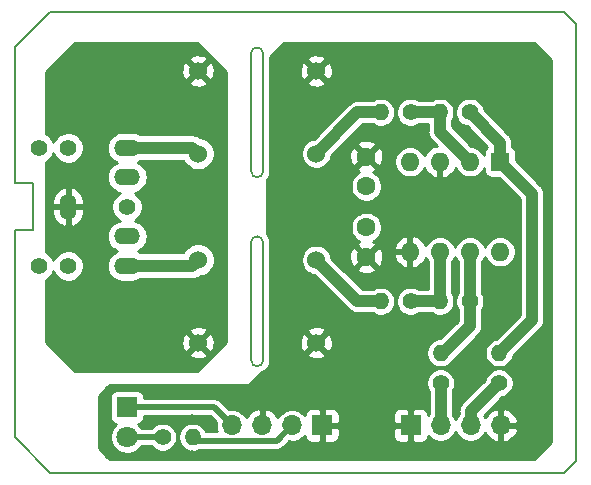
<source format=gbr>
G04 #@! TF.GenerationSoftware,KiCad,Pcbnew,(5.1.9)-1*
G04 #@! TF.CreationDate,2021-03-12T00:47:26-05:00*
G04 #@! TF.ProjectId,InputBuffer,496e7075-7442-4756-9666-65722e6b6963,rev?*
G04 #@! TF.SameCoordinates,Original*
G04 #@! TF.FileFunction,Copper,L1,Top*
G04 #@! TF.FilePolarity,Positive*
%FSLAX46Y46*%
G04 Gerber Fmt 4.6, Leading zero omitted, Abs format (unit mm)*
G04 Created by KiCad (PCBNEW (5.1.9)-1) date 2021-03-12 00:47:26*
%MOMM*%
%LPD*%
G01*
G04 APERTURE LIST*
G04 #@! TA.AperFunction,Profile*
%ADD10C,0.150000*%
G04 #@! TD*
G04 #@! TA.AperFunction,ComponentPad*
%ADD11R,1.800000X1.800000*%
G04 #@! TD*
G04 #@! TA.AperFunction,ComponentPad*
%ADD12C,1.800000*%
G04 #@! TD*
G04 #@! TA.AperFunction,ComponentPad*
%ADD13C,1.400000*%
G04 #@! TD*
G04 #@! TA.AperFunction,ComponentPad*
%ADD14O,1.400000X1.400000*%
G04 #@! TD*
G04 #@! TA.AperFunction,ComponentPad*
%ADD15O,2.200000X1.400000*%
G04 #@! TD*
G04 #@! TA.AperFunction,WasherPad*
%ADD16C,1.400000*%
G04 #@! TD*
G04 #@! TA.AperFunction,ComponentPad*
%ADD17O,1.400000X2.200000*%
G04 #@! TD*
G04 #@! TA.AperFunction,ComponentPad*
%ADD18C,1.600000*%
G04 #@! TD*
G04 #@! TA.AperFunction,ComponentPad*
%ADD19O,1.600000X1.600000*%
G04 #@! TD*
G04 #@! TA.AperFunction,ComponentPad*
%ADD20R,1.600000X1.600000*%
G04 #@! TD*
G04 #@! TA.AperFunction,ComponentPad*
%ADD21O,1.700000X1.700000*%
G04 #@! TD*
G04 #@! TA.AperFunction,ComponentPad*
%ADD22R,1.700000X1.700000*%
G04 #@! TD*
G04 #@! TA.AperFunction,ComponentPad*
%ADD23C,1.524000*%
G04 #@! TD*
G04 #@! TA.AperFunction,ViaPad*
%ADD24C,0.800000*%
G04 #@! TD*
G04 #@! TA.AperFunction,Conductor*
%ADD25C,1.000000*%
G04 #@! TD*
G04 #@! TA.AperFunction,Conductor*
%ADD26C,0.500000*%
G04 #@! TD*
G04 #@! TA.AperFunction,Conductor*
%ADD27C,0.254000*%
G04 #@! TD*
G04 #@! TA.AperFunction,Conductor*
%ADD28C,0.100000*%
G04 #@! TD*
G04 APERTURE END LIST*
D10*
X78500000Y-46500000D02*
G75*
G02*
X79500000Y-46500000I500000J0D01*
G01*
X79500000Y-56500000D02*
G75*
G02*
X78500000Y-56500000I-500000J0D01*
G01*
X78500000Y-62500000D02*
G75*
G02*
X79500000Y-62500000I500000J0D01*
G01*
X79500000Y-72500000D02*
G75*
G02*
X78500000Y-72500000I-500000J0D01*
G01*
X78500000Y-62500000D02*
X78500000Y-72500000D01*
X79500000Y-72500000D02*
X79500000Y-62500000D01*
X79500000Y-56500000D02*
X79500000Y-46500000D01*
X78500000Y-46500000D02*
X78500000Y-56500000D01*
X105000000Y-43000000D02*
X106000000Y-44000000D01*
X106000000Y-81000000D02*
X105000000Y-82000000D01*
X58500000Y-57500000D02*
X58500000Y-46000000D01*
X60000000Y-57500000D02*
X58500000Y-57500000D01*
X60000000Y-61500000D02*
X60000000Y-57500000D01*
X58500000Y-61500000D02*
X60000000Y-61500000D01*
X58500000Y-79000000D02*
X58500000Y-61500000D01*
X61500000Y-82000000D02*
X58500000Y-79000000D01*
X105000000Y-82000000D02*
X61500000Y-82000000D01*
X106000000Y-44000000D02*
X106000000Y-81000000D01*
X61500000Y-43000000D02*
X105000000Y-43000000D01*
X58500000Y-46000000D02*
X61500000Y-43000000D01*
D11*
X68000000Y-76460000D03*
D12*
X68000000Y-79000000D03*
D13*
X94540000Y-74400000D03*
D14*
X94540000Y-71860000D03*
D13*
X99500000Y-74400000D03*
D14*
X99500000Y-71860000D03*
D13*
X71000000Y-79000000D03*
D14*
X73540000Y-79000000D03*
D13*
X92000000Y-67500000D03*
D14*
X89460000Y-67500000D03*
D13*
X92000000Y-51500000D03*
D14*
X89460000Y-51500000D03*
D13*
X97000000Y-67500000D03*
D14*
X94460000Y-67500000D03*
D13*
X97000000Y-51500000D03*
D14*
X94460000Y-51500000D03*
D15*
X68000000Y-57000000D03*
D16*
X63000000Y-54500000D03*
X60500000Y-54500000D03*
X60500000Y-64500000D03*
X63000000Y-64500000D03*
X68000000Y-59500000D03*
D15*
X68000000Y-62000000D03*
X68000000Y-54500000D03*
X68000000Y-64500000D03*
D17*
X63000000Y-59500000D03*
D18*
X88250000Y-55250000D03*
X88250000Y-57750000D03*
X88250000Y-61250000D03*
X88250000Y-63750000D03*
D19*
X99563500Y-63310000D03*
X91943500Y-55690000D03*
X97023500Y-63310000D03*
X94483500Y-55690000D03*
X94483500Y-63310000D03*
X97023500Y-55690000D03*
X91943500Y-63310000D03*
D20*
X99563500Y-55690000D03*
D21*
X99620000Y-78000000D03*
X97080000Y-78000000D03*
X94540000Y-78000000D03*
D22*
X92000000Y-78000000D03*
X84500000Y-78000000D03*
D21*
X81960000Y-78000000D03*
X79420000Y-78000000D03*
X76880000Y-78000000D03*
D23*
X74000000Y-48000000D03*
X74000000Y-55000000D03*
X84000000Y-48000000D03*
X84000000Y-55000000D03*
X84000000Y-71000000D03*
X84000000Y-64000000D03*
X74000000Y-71000000D03*
X74000000Y-64000000D03*
D24*
X72500000Y-72500000D03*
X72500000Y-46500000D03*
X62000000Y-48500000D03*
X64000000Y-46500000D03*
X64000000Y-72500000D03*
X62000000Y-70500000D03*
X62000000Y-61500000D03*
X62000000Y-57500000D03*
X68000000Y-72500000D03*
X68000000Y-46500000D03*
X75500000Y-57500000D03*
X75500000Y-61500000D03*
X75500000Y-49500000D03*
X75500000Y-69500000D03*
X80750000Y-75500000D03*
X78250000Y-75250000D03*
X80250000Y-62000000D03*
X80250000Y-57250000D03*
X84750000Y-60250000D03*
X84750000Y-62250000D03*
X82750000Y-66250000D03*
X82750000Y-69000000D03*
X82750000Y-75500000D03*
X88250000Y-59500000D03*
X96250000Y-75250000D03*
X97250000Y-72500000D03*
X79500000Y-80500000D03*
X73500000Y-80500000D03*
X73500000Y-77500000D03*
X66500000Y-75000000D03*
X66500000Y-80500000D03*
X69600000Y-77800000D03*
D25*
X73500000Y-64500000D02*
X74000000Y-64000000D01*
X68000000Y-64500000D02*
X73500000Y-64500000D01*
X73500000Y-54500000D02*
X74000000Y-55000000D01*
X68000000Y-54500000D02*
X73500000Y-54500000D01*
X94750000Y-77790000D02*
X94540000Y-78000000D01*
X94540000Y-74400000D02*
X94540000Y-78000000D01*
X97080000Y-76820000D02*
X99500000Y-74400000D01*
X97080000Y-78000000D02*
X97080000Y-76820000D01*
X87500000Y-51500000D02*
X84000000Y-55000000D01*
X89460000Y-51500000D02*
X87500000Y-51500000D01*
X87500000Y-67500000D02*
X84000000Y-64000000D01*
X89460000Y-67500000D02*
X87500000Y-67500000D01*
D26*
X73540000Y-79000000D02*
X73840001Y-79300001D01*
X73840001Y-79300001D02*
X80659999Y-79300001D01*
X80659999Y-79300001D02*
X81960000Y-78000000D01*
X75340000Y-76460000D02*
X76880000Y-78000000D01*
X68000000Y-76460000D02*
X75340000Y-76460000D01*
X68000000Y-79000000D02*
X71000000Y-79000000D01*
D25*
X97000000Y-69610000D02*
X94750000Y-71860000D01*
X97000000Y-67500000D02*
X97000000Y-69610000D01*
X97023500Y-67476500D02*
X97000000Y-67500000D01*
X97023500Y-63310000D02*
X97023500Y-67476500D01*
X94460000Y-63333500D02*
X94483500Y-63310000D01*
X94460000Y-67500000D02*
X94460000Y-63333500D01*
X92000000Y-67500000D02*
X94460000Y-67500000D01*
X99500000Y-55626500D02*
X99563500Y-55690000D01*
X99500000Y-71860000D02*
X102250000Y-69110000D01*
X102250000Y-58376500D02*
X99563500Y-55690000D01*
X102250000Y-69110000D02*
X102250000Y-58376500D01*
X99563500Y-54063500D02*
X97000000Y-51500000D01*
X99563500Y-55690000D02*
X99563500Y-54063500D01*
X94460000Y-53126500D02*
X97023500Y-55690000D01*
X94460000Y-51500000D02*
X94460000Y-53126500D01*
X92000000Y-51500000D02*
X94460000Y-51500000D01*
D27*
X76373000Y-48052606D02*
X76373000Y-70947394D01*
X73947394Y-73373000D01*
X63552606Y-73373000D01*
X62145171Y-71965565D01*
X73214040Y-71965565D01*
X73281020Y-72205656D01*
X73530048Y-72322756D01*
X73797135Y-72389023D01*
X74072017Y-72401910D01*
X74344133Y-72360922D01*
X74603023Y-72267636D01*
X74718980Y-72205656D01*
X74785960Y-71965565D01*
X74000000Y-71179605D01*
X73214040Y-71965565D01*
X62145171Y-71965565D01*
X61251623Y-71072017D01*
X72598090Y-71072017D01*
X72639078Y-71344133D01*
X72732364Y-71603023D01*
X72794344Y-71718980D01*
X73034435Y-71785960D01*
X73820395Y-71000000D01*
X74179605Y-71000000D01*
X74965565Y-71785960D01*
X75205656Y-71718980D01*
X75322756Y-71469952D01*
X75389023Y-71202865D01*
X75401910Y-70927983D01*
X75360922Y-70655867D01*
X75267636Y-70396977D01*
X75205656Y-70281020D01*
X74965565Y-70214040D01*
X74179605Y-71000000D01*
X73820395Y-71000000D01*
X73034435Y-70214040D01*
X72794344Y-70281020D01*
X72677244Y-70530048D01*
X72610977Y-70797135D01*
X72598090Y-71072017D01*
X61251623Y-71072017D01*
X61127000Y-70947394D01*
X61127000Y-70034435D01*
X73214040Y-70034435D01*
X74000000Y-70820395D01*
X74785960Y-70034435D01*
X74718980Y-69794344D01*
X74469952Y-69677244D01*
X74202865Y-69610977D01*
X73927983Y-69598090D01*
X73655867Y-69639078D01*
X73396977Y-69732364D01*
X73281020Y-69794344D01*
X73214040Y-70034435D01*
X61127000Y-70034435D01*
X61127000Y-65685281D01*
X61132359Y-65683061D01*
X61351013Y-65536962D01*
X61536962Y-65351013D01*
X61683061Y-65132359D01*
X61750000Y-64970754D01*
X61816939Y-65132359D01*
X61963038Y-65351013D01*
X62148987Y-65536962D01*
X62367641Y-65683061D01*
X62610595Y-65783696D01*
X62868514Y-65835000D01*
X63131486Y-65835000D01*
X63389405Y-65783696D01*
X63632359Y-65683061D01*
X63851013Y-65536962D01*
X64036962Y-65351013D01*
X64183061Y-65132359D01*
X64283696Y-64889405D01*
X64335000Y-64631486D01*
X64335000Y-64368514D01*
X64283696Y-64110595D01*
X64183061Y-63867641D01*
X64036962Y-63648987D01*
X63851013Y-63463038D01*
X63632359Y-63316939D01*
X63389405Y-63216304D01*
X63131486Y-63165000D01*
X62868514Y-63165000D01*
X62610595Y-63216304D01*
X62367641Y-63316939D01*
X62148987Y-63463038D01*
X61963038Y-63648987D01*
X61816939Y-63867641D01*
X61750000Y-64029246D01*
X61683061Y-63867641D01*
X61536962Y-63648987D01*
X61351013Y-63463038D01*
X61132359Y-63316939D01*
X61127000Y-63314719D01*
X61127000Y-59627000D01*
X61665000Y-59627000D01*
X61665000Y-60027000D01*
X61715428Y-60285005D01*
X61815221Y-60528215D01*
X61960545Y-60747283D01*
X62145815Y-60933790D01*
X62363910Y-61080569D01*
X62606450Y-61181980D01*
X62666671Y-61192716D01*
X62873000Y-61069374D01*
X62873000Y-59627000D01*
X63127000Y-59627000D01*
X63127000Y-61069374D01*
X63333329Y-61192716D01*
X63393550Y-61181980D01*
X63636090Y-61080569D01*
X63854185Y-60933790D01*
X64039455Y-60747283D01*
X64184779Y-60528215D01*
X64284572Y-60285005D01*
X64335000Y-60027000D01*
X64335000Y-59627000D01*
X63127000Y-59627000D01*
X62873000Y-59627000D01*
X61665000Y-59627000D01*
X61127000Y-59627000D01*
X61127000Y-58973000D01*
X61665000Y-58973000D01*
X61665000Y-59373000D01*
X62873000Y-59373000D01*
X62873000Y-57930626D01*
X63127000Y-57930626D01*
X63127000Y-59373000D01*
X64335000Y-59373000D01*
X64335000Y-58973000D01*
X64284572Y-58714995D01*
X64184779Y-58471785D01*
X64039455Y-58252717D01*
X63854185Y-58066210D01*
X63636090Y-57919431D01*
X63393550Y-57818020D01*
X63333329Y-57807284D01*
X63127000Y-57930626D01*
X62873000Y-57930626D01*
X62666671Y-57807284D01*
X62606450Y-57818020D01*
X62363910Y-57919431D01*
X62145815Y-58066210D01*
X61960545Y-58252717D01*
X61815221Y-58471785D01*
X61715428Y-58714995D01*
X61665000Y-58973000D01*
X61127000Y-58973000D01*
X61127000Y-55685281D01*
X61132359Y-55683061D01*
X61351013Y-55536962D01*
X61536962Y-55351013D01*
X61683061Y-55132359D01*
X61750000Y-54970754D01*
X61816939Y-55132359D01*
X61963038Y-55351013D01*
X62148987Y-55536962D01*
X62367641Y-55683061D01*
X62610595Y-55783696D01*
X62868514Y-55835000D01*
X63131486Y-55835000D01*
X63389405Y-55783696D01*
X63632359Y-55683061D01*
X63851013Y-55536962D01*
X64036962Y-55351013D01*
X64183061Y-55132359D01*
X64283696Y-54889405D01*
X64335000Y-54631486D01*
X64335000Y-54500000D01*
X66258541Y-54500000D01*
X66284317Y-54761706D01*
X66360653Y-55013354D01*
X66484618Y-55245275D01*
X66651445Y-55448555D01*
X66854725Y-55615382D01*
X67086646Y-55739347D01*
X67121765Y-55750000D01*
X67086646Y-55760653D01*
X66854725Y-55884618D01*
X66651445Y-56051445D01*
X66484618Y-56254725D01*
X66360653Y-56486646D01*
X66284317Y-56738294D01*
X66258541Y-57000000D01*
X66284317Y-57261706D01*
X66360653Y-57513354D01*
X66484618Y-57745275D01*
X66651445Y-57948555D01*
X66854725Y-58115382D01*
X67086646Y-58239347D01*
X67338294Y-58315683D01*
X67365509Y-58318363D01*
X67148987Y-58463038D01*
X66963038Y-58648987D01*
X66816939Y-58867641D01*
X66716304Y-59110595D01*
X66665000Y-59368514D01*
X66665000Y-59631486D01*
X66716304Y-59889405D01*
X66816939Y-60132359D01*
X66963038Y-60351013D01*
X67148987Y-60536962D01*
X67365509Y-60681637D01*
X67338294Y-60684317D01*
X67086646Y-60760653D01*
X66854725Y-60884618D01*
X66651445Y-61051445D01*
X66484618Y-61254725D01*
X66360653Y-61486646D01*
X66284317Y-61738294D01*
X66258541Y-62000000D01*
X66284317Y-62261706D01*
X66360653Y-62513354D01*
X66484618Y-62745275D01*
X66651445Y-62948555D01*
X66854725Y-63115382D01*
X67086646Y-63239347D01*
X67121765Y-63250000D01*
X67086646Y-63260653D01*
X66854725Y-63384618D01*
X66651445Y-63551445D01*
X66484618Y-63754725D01*
X66360653Y-63986646D01*
X66284317Y-64238294D01*
X66258541Y-64500000D01*
X66284317Y-64761706D01*
X66360653Y-65013354D01*
X66484618Y-65245275D01*
X66651445Y-65448555D01*
X66854725Y-65615382D01*
X67086646Y-65739347D01*
X67338294Y-65815683D01*
X67534421Y-65835000D01*
X68465579Y-65835000D01*
X68661706Y-65815683D01*
X68913354Y-65739347D01*
X69108572Y-65635000D01*
X73444249Y-65635000D01*
X73500000Y-65640491D01*
X73555751Y-65635000D01*
X73555752Y-65635000D01*
X73722499Y-65618577D01*
X73936447Y-65553676D01*
X74133623Y-65448284D01*
X74214834Y-65381636D01*
X74407490Y-65343314D01*
X74661727Y-65238005D01*
X74890535Y-65085120D01*
X75085120Y-64890535D01*
X75238005Y-64661727D01*
X75343314Y-64407490D01*
X75397000Y-64137592D01*
X75397000Y-63862408D01*
X75343314Y-63592510D01*
X75238005Y-63338273D01*
X75085120Y-63109465D01*
X74890535Y-62914880D01*
X74661727Y-62761995D01*
X74407490Y-62656686D01*
X74137592Y-62603000D01*
X73862408Y-62603000D01*
X73592510Y-62656686D01*
X73338273Y-62761995D01*
X73109465Y-62914880D01*
X72914880Y-63109465D01*
X72761995Y-63338273D01*
X72750924Y-63365000D01*
X69108572Y-63365000D01*
X68913354Y-63260653D01*
X68878235Y-63250000D01*
X68913354Y-63239347D01*
X69145275Y-63115382D01*
X69348555Y-62948555D01*
X69515382Y-62745275D01*
X69639347Y-62513354D01*
X69715683Y-62261706D01*
X69741459Y-62000000D01*
X69715683Y-61738294D01*
X69639347Y-61486646D01*
X69515382Y-61254725D01*
X69348555Y-61051445D01*
X69145275Y-60884618D01*
X68913354Y-60760653D01*
X68661706Y-60684317D01*
X68634491Y-60681637D01*
X68851013Y-60536962D01*
X69036962Y-60351013D01*
X69183061Y-60132359D01*
X69283696Y-59889405D01*
X69335000Y-59631486D01*
X69335000Y-59368514D01*
X69283696Y-59110595D01*
X69183061Y-58867641D01*
X69036962Y-58648987D01*
X68851013Y-58463038D01*
X68634491Y-58318363D01*
X68661706Y-58315683D01*
X68913354Y-58239347D01*
X69145275Y-58115382D01*
X69348555Y-57948555D01*
X69515382Y-57745275D01*
X69639347Y-57513354D01*
X69715683Y-57261706D01*
X69741459Y-57000000D01*
X69715683Y-56738294D01*
X69639347Y-56486646D01*
X69515382Y-56254725D01*
X69348555Y-56051445D01*
X69145275Y-55884618D01*
X68913354Y-55760653D01*
X68878235Y-55750000D01*
X68913354Y-55739347D01*
X69108572Y-55635000D01*
X72750924Y-55635000D01*
X72761995Y-55661727D01*
X72914880Y-55890535D01*
X73109465Y-56085120D01*
X73338273Y-56238005D01*
X73592510Y-56343314D01*
X73862408Y-56397000D01*
X74137592Y-56397000D01*
X74407490Y-56343314D01*
X74661727Y-56238005D01*
X74890535Y-56085120D01*
X75085120Y-55890535D01*
X75238005Y-55661727D01*
X75343314Y-55407490D01*
X75397000Y-55137592D01*
X75397000Y-54862408D01*
X75343314Y-54592510D01*
X75238005Y-54338273D01*
X75085120Y-54109465D01*
X74890535Y-53914880D01*
X74661727Y-53761995D01*
X74407490Y-53656686D01*
X74214834Y-53618364D01*
X74133623Y-53551716D01*
X73936447Y-53446324D01*
X73722499Y-53381423D01*
X73555752Y-53365000D01*
X73555751Y-53365000D01*
X73500000Y-53359509D01*
X73444249Y-53365000D01*
X69108572Y-53365000D01*
X68913354Y-53260653D01*
X68661706Y-53184317D01*
X68465579Y-53165000D01*
X67534421Y-53165000D01*
X67338294Y-53184317D01*
X67086646Y-53260653D01*
X66854725Y-53384618D01*
X66651445Y-53551445D01*
X66484618Y-53754725D01*
X66360653Y-53986646D01*
X66284317Y-54238294D01*
X66258541Y-54500000D01*
X64335000Y-54500000D01*
X64335000Y-54368514D01*
X64283696Y-54110595D01*
X64183061Y-53867641D01*
X64036962Y-53648987D01*
X63851013Y-53463038D01*
X63632359Y-53316939D01*
X63389405Y-53216304D01*
X63131486Y-53165000D01*
X62868514Y-53165000D01*
X62610595Y-53216304D01*
X62367641Y-53316939D01*
X62148987Y-53463038D01*
X61963038Y-53648987D01*
X61816939Y-53867641D01*
X61750000Y-54029246D01*
X61683061Y-53867641D01*
X61536962Y-53648987D01*
X61351013Y-53463038D01*
X61132359Y-53316939D01*
X61127000Y-53314719D01*
X61127000Y-48965565D01*
X73214040Y-48965565D01*
X73281020Y-49205656D01*
X73530048Y-49322756D01*
X73797135Y-49389023D01*
X74072017Y-49401910D01*
X74344133Y-49360922D01*
X74603023Y-49267636D01*
X74718980Y-49205656D01*
X74785960Y-48965565D01*
X74000000Y-48179605D01*
X73214040Y-48965565D01*
X61127000Y-48965565D01*
X61127000Y-48072017D01*
X72598090Y-48072017D01*
X72639078Y-48344133D01*
X72732364Y-48603023D01*
X72794344Y-48718980D01*
X73034435Y-48785960D01*
X73820395Y-48000000D01*
X74179605Y-48000000D01*
X74965565Y-48785960D01*
X75205656Y-48718980D01*
X75322756Y-48469952D01*
X75389023Y-48202865D01*
X75401910Y-47927983D01*
X75360922Y-47655867D01*
X75267636Y-47396977D01*
X75205656Y-47281020D01*
X74965565Y-47214040D01*
X74179605Y-48000000D01*
X73820395Y-48000000D01*
X73034435Y-47214040D01*
X72794344Y-47281020D01*
X72677244Y-47530048D01*
X72610977Y-47797135D01*
X72598090Y-48072017D01*
X61127000Y-48072017D01*
X61127000Y-48052606D01*
X62145171Y-47034435D01*
X73214040Y-47034435D01*
X74000000Y-47820395D01*
X74785960Y-47034435D01*
X74718980Y-46794344D01*
X74469952Y-46677244D01*
X74202865Y-46610977D01*
X73927983Y-46598090D01*
X73655867Y-46639078D01*
X73396977Y-46732364D01*
X73281020Y-46794344D01*
X73214040Y-47034435D01*
X62145171Y-47034435D01*
X63552606Y-45627000D01*
X73947394Y-45627000D01*
X76373000Y-48052606D01*
G04 #@! TA.AperFunction,Conductor*
D28*
G36*
X76373000Y-48052606D02*
G01*
X76373000Y-70947394D01*
X73947394Y-73373000D01*
X63552606Y-73373000D01*
X62145171Y-71965565D01*
X73214040Y-71965565D01*
X73281020Y-72205656D01*
X73530048Y-72322756D01*
X73797135Y-72389023D01*
X74072017Y-72401910D01*
X74344133Y-72360922D01*
X74603023Y-72267636D01*
X74718980Y-72205656D01*
X74785960Y-71965565D01*
X74000000Y-71179605D01*
X73214040Y-71965565D01*
X62145171Y-71965565D01*
X61251623Y-71072017D01*
X72598090Y-71072017D01*
X72639078Y-71344133D01*
X72732364Y-71603023D01*
X72794344Y-71718980D01*
X73034435Y-71785960D01*
X73820395Y-71000000D01*
X74179605Y-71000000D01*
X74965565Y-71785960D01*
X75205656Y-71718980D01*
X75322756Y-71469952D01*
X75389023Y-71202865D01*
X75401910Y-70927983D01*
X75360922Y-70655867D01*
X75267636Y-70396977D01*
X75205656Y-70281020D01*
X74965565Y-70214040D01*
X74179605Y-71000000D01*
X73820395Y-71000000D01*
X73034435Y-70214040D01*
X72794344Y-70281020D01*
X72677244Y-70530048D01*
X72610977Y-70797135D01*
X72598090Y-71072017D01*
X61251623Y-71072017D01*
X61127000Y-70947394D01*
X61127000Y-70034435D01*
X73214040Y-70034435D01*
X74000000Y-70820395D01*
X74785960Y-70034435D01*
X74718980Y-69794344D01*
X74469952Y-69677244D01*
X74202865Y-69610977D01*
X73927983Y-69598090D01*
X73655867Y-69639078D01*
X73396977Y-69732364D01*
X73281020Y-69794344D01*
X73214040Y-70034435D01*
X61127000Y-70034435D01*
X61127000Y-65685281D01*
X61132359Y-65683061D01*
X61351013Y-65536962D01*
X61536962Y-65351013D01*
X61683061Y-65132359D01*
X61750000Y-64970754D01*
X61816939Y-65132359D01*
X61963038Y-65351013D01*
X62148987Y-65536962D01*
X62367641Y-65683061D01*
X62610595Y-65783696D01*
X62868514Y-65835000D01*
X63131486Y-65835000D01*
X63389405Y-65783696D01*
X63632359Y-65683061D01*
X63851013Y-65536962D01*
X64036962Y-65351013D01*
X64183061Y-65132359D01*
X64283696Y-64889405D01*
X64335000Y-64631486D01*
X64335000Y-64368514D01*
X64283696Y-64110595D01*
X64183061Y-63867641D01*
X64036962Y-63648987D01*
X63851013Y-63463038D01*
X63632359Y-63316939D01*
X63389405Y-63216304D01*
X63131486Y-63165000D01*
X62868514Y-63165000D01*
X62610595Y-63216304D01*
X62367641Y-63316939D01*
X62148987Y-63463038D01*
X61963038Y-63648987D01*
X61816939Y-63867641D01*
X61750000Y-64029246D01*
X61683061Y-63867641D01*
X61536962Y-63648987D01*
X61351013Y-63463038D01*
X61132359Y-63316939D01*
X61127000Y-63314719D01*
X61127000Y-59627000D01*
X61665000Y-59627000D01*
X61665000Y-60027000D01*
X61715428Y-60285005D01*
X61815221Y-60528215D01*
X61960545Y-60747283D01*
X62145815Y-60933790D01*
X62363910Y-61080569D01*
X62606450Y-61181980D01*
X62666671Y-61192716D01*
X62873000Y-61069374D01*
X62873000Y-59627000D01*
X63127000Y-59627000D01*
X63127000Y-61069374D01*
X63333329Y-61192716D01*
X63393550Y-61181980D01*
X63636090Y-61080569D01*
X63854185Y-60933790D01*
X64039455Y-60747283D01*
X64184779Y-60528215D01*
X64284572Y-60285005D01*
X64335000Y-60027000D01*
X64335000Y-59627000D01*
X63127000Y-59627000D01*
X62873000Y-59627000D01*
X61665000Y-59627000D01*
X61127000Y-59627000D01*
X61127000Y-58973000D01*
X61665000Y-58973000D01*
X61665000Y-59373000D01*
X62873000Y-59373000D01*
X62873000Y-57930626D01*
X63127000Y-57930626D01*
X63127000Y-59373000D01*
X64335000Y-59373000D01*
X64335000Y-58973000D01*
X64284572Y-58714995D01*
X64184779Y-58471785D01*
X64039455Y-58252717D01*
X63854185Y-58066210D01*
X63636090Y-57919431D01*
X63393550Y-57818020D01*
X63333329Y-57807284D01*
X63127000Y-57930626D01*
X62873000Y-57930626D01*
X62666671Y-57807284D01*
X62606450Y-57818020D01*
X62363910Y-57919431D01*
X62145815Y-58066210D01*
X61960545Y-58252717D01*
X61815221Y-58471785D01*
X61715428Y-58714995D01*
X61665000Y-58973000D01*
X61127000Y-58973000D01*
X61127000Y-55685281D01*
X61132359Y-55683061D01*
X61351013Y-55536962D01*
X61536962Y-55351013D01*
X61683061Y-55132359D01*
X61750000Y-54970754D01*
X61816939Y-55132359D01*
X61963038Y-55351013D01*
X62148987Y-55536962D01*
X62367641Y-55683061D01*
X62610595Y-55783696D01*
X62868514Y-55835000D01*
X63131486Y-55835000D01*
X63389405Y-55783696D01*
X63632359Y-55683061D01*
X63851013Y-55536962D01*
X64036962Y-55351013D01*
X64183061Y-55132359D01*
X64283696Y-54889405D01*
X64335000Y-54631486D01*
X64335000Y-54500000D01*
X66258541Y-54500000D01*
X66284317Y-54761706D01*
X66360653Y-55013354D01*
X66484618Y-55245275D01*
X66651445Y-55448555D01*
X66854725Y-55615382D01*
X67086646Y-55739347D01*
X67121765Y-55750000D01*
X67086646Y-55760653D01*
X66854725Y-55884618D01*
X66651445Y-56051445D01*
X66484618Y-56254725D01*
X66360653Y-56486646D01*
X66284317Y-56738294D01*
X66258541Y-57000000D01*
X66284317Y-57261706D01*
X66360653Y-57513354D01*
X66484618Y-57745275D01*
X66651445Y-57948555D01*
X66854725Y-58115382D01*
X67086646Y-58239347D01*
X67338294Y-58315683D01*
X67365509Y-58318363D01*
X67148987Y-58463038D01*
X66963038Y-58648987D01*
X66816939Y-58867641D01*
X66716304Y-59110595D01*
X66665000Y-59368514D01*
X66665000Y-59631486D01*
X66716304Y-59889405D01*
X66816939Y-60132359D01*
X66963038Y-60351013D01*
X67148987Y-60536962D01*
X67365509Y-60681637D01*
X67338294Y-60684317D01*
X67086646Y-60760653D01*
X66854725Y-60884618D01*
X66651445Y-61051445D01*
X66484618Y-61254725D01*
X66360653Y-61486646D01*
X66284317Y-61738294D01*
X66258541Y-62000000D01*
X66284317Y-62261706D01*
X66360653Y-62513354D01*
X66484618Y-62745275D01*
X66651445Y-62948555D01*
X66854725Y-63115382D01*
X67086646Y-63239347D01*
X67121765Y-63250000D01*
X67086646Y-63260653D01*
X66854725Y-63384618D01*
X66651445Y-63551445D01*
X66484618Y-63754725D01*
X66360653Y-63986646D01*
X66284317Y-64238294D01*
X66258541Y-64500000D01*
X66284317Y-64761706D01*
X66360653Y-65013354D01*
X66484618Y-65245275D01*
X66651445Y-65448555D01*
X66854725Y-65615382D01*
X67086646Y-65739347D01*
X67338294Y-65815683D01*
X67534421Y-65835000D01*
X68465579Y-65835000D01*
X68661706Y-65815683D01*
X68913354Y-65739347D01*
X69108572Y-65635000D01*
X73444249Y-65635000D01*
X73500000Y-65640491D01*
X73555751Y-65635000D01*
X73555752Y-65635000D01*
X73722499Y-65618577D01*
X73936447Y-65553676D01*
X74133623Y-65448284D01*
X74214834Y-65381636D01*
X74407490Y-65343314D01*
X74661727Y-65238005D01*
X74890535Y-65085120D01*
X75085120Y-64890535D01*
X75238005Y-64661727D01*
X75343314Y-64407490D01*
X75397000Y-64137592D01*
X75397000Y-63862408D01*
X75343314Y-63592510D01*
X75238005Y-63338273D01*
X75085120Y-63109465D01*
X74890535Y-62914880D01*
X74661727Y-62761995D01*
X74407490Y-62656686D01*
X74137592Y-62603000D01*
X73862408Y-62603000D01*
X73592510Y-62656686D01*
X73338273Y-62761995D01*
X73109465Y-62914880D01*
X72914880Y-63109465D01*
X72761995Y-63338273D01*
X72750924Y-63365000D01*
X69108572Y-63365000D01*
X68913354Y-63260653D01*
X68878235Y-63250000D01*
X68913354Y-63239347D01*
X69145275Y-63115382D01*
X69348555Y-62948555D01*
X69515382Y-62745275D01*
X69639347Y-62513354D01*
X69715683Y-62261706D01*
X69741459Y-62000000D01*
X69715683Y-61738294D01*
X69639347Y-61486646D01*
X69515382Y-61254725D01*
X69348555Y-61051445D01*
X69145275Y-60884618D01*
X68913354Y-60760653D01*
X68661706Y-60684317D01*
X68634491Y-60681637D01*
X68851013Y-60536962D01*
X69036962Y-60351013D01*
X69183061Y-60132359D01*
X69283696Y-59889405D01*
X69335000Y-59631486D01*
X69335000Y-59368514D01*
X69283696Y-59110595D01*
X69183061Y-58867641D01*
X69036962Y-58648987D01*
X68851013Y-58463038D01*
X68634491Y-58318363D01*
X68661706Y-58315683D01*
X68913354Y-58239347D01*
X69145275Y-58115382D01*
X69348555Y-57948555D01*
X69515382Y-57745275D01*
X69639347Y-57513354D01*
X69715683Y-57261706D01*
X69741459Y-57000000D01*
X69715683Y-56738294D01*
X69639347Y-56486646D01*
X69515382Y-56254725D01*
X69348555Y-56051445D01*
X69145275Y-55884618D01*
X68913354Y-55760653D01*
X68878235Y-55750000D01*
X68913354Y-55739347D01*
X69108572Y-55635000D01*
X72750924Y-55635000D01*
X72761995Y-55661727D01*
X72914880Y-55890535D01*
X73109465Y-56085120D01*
X73338273Y-56238005D01*
X73592510Y-56343314D01*
X73862408Y-56397000D01*
X74137592Y-56397000D01*
X74407490Y-56343314D01*
X74661727Y-56238005D01*
X74890535Y-56085120D01*
X75085120Y-55890535D01*
X75238005Y-55661727D01*
X75343314Y-55407490D01*
X75397000Y-55137592D01*
X75397000Y-54862408D01*
X75343314Y-54592510D01*
X75238005Y-54338273D01*
X75085120Y-54109465D01*
X74890535Y-53914880D01*
X74661727Y-53761995D01*
X74407490Y-53656686D01*
X74214834Y-53618364D01*
X74133623Y-53551716D01*
X73936447Y-53446324D01*
X73722499Y-53381423D01*
X73555752Y-53365000D01*
X73555751Y-53365000D01*
X73500000Y-53359509D01*
X73444249Y-53365000D01*
X69108572Y-53365000D01*
X68913354Y-53260653D01*
X68661706Y-53184317D01*
X68465579Y-53165000D01*
X67534421Y-53165000D01*
X67338294Y-53184317D01*
X67086646Y-53260653D01*
X66854725Y-53384618D01*
X66651445Y-53551445D01*
X66484618Y-53754725D01*
X66360653Y-53986646D01*
X66284317Y-54238294D01*
X66258541Y-54500000D01*
X64335000Y-54500000D01*
X64335000Y-54368514D01*
X64283696Y-54110595D01*
X64183061Y-53867641D01*
X64036962Y-53648987D01*
X63851013Y-53463038D01*
X63632359Y-53316939D01*
X63389405Y-53216304D01*
X63131486Y-53165000D01*
X62868514Y-53165000D01*
X62610595Y-53216304D01*
X62367641Y-53316939D01*
X62148987Y-53463038D01*
X61963038Y-53648987D01*
X61816939Y-53867641D01*
X61750000Y-54029246D01*
X61683061Y-53867641D01*
X61536962Y-53648987D01*
X61351013Y-53463038D01*
X61132359Y-53316939D01*
X61127000Y-53314719D01*
X61127000Y-48965565D01*
X73214040Y-48965565D01*
X73281020Y-49205656D01*
X73530048Y-49322756D01*
X73797135Y-49389023D01*
X74072017Y-49401910D01*
X74344133Y-49360922D01*
X74603023Y-49267636D01*
X74718980Y-49205656D01*
X74785960Y-48965565D01*
X74000000Y-48179605D01*
X73214040Y-48965565D01*
X61127000Y-48965565D01*
X61127000Y-48072017D01*
X72598090Y-48072017D01*
X72639078Y-48344133D01*
X72732364Y-48603023D01*
X72794344Y-48718980D01*
X73034435Y-48785960D01*
X73820395Y-48000000D01*
X74179605Y-48000000D01*
X74965565Y-48785960D01*
X75205656Y-48718980D01*
X75322756Y-48469952D01*
X75389023Y-48202865D01*
X75401910Y-47927983D01*
X75360922Y-47655867D01*
X75267636Y-47396977D01*
X75205656Y-47281020D01*
X74965565Y-47214040D01*
X74179605Y-48000000D01*
X73820395Y-48000000D01*
X73034435Y-47214040D01*
X72794344Y-47281020D01*
X72677244Y-47530048D01*
X72610977Y-47797135D01*
X72598090Y-48072017D01*
X61127000Y-48072017D01*
X61127000Y-48052606D01*
X62145171Y-47034435D01*
X73214040Y-47034435D01*
X74000000Y-47820395D01*
X74785960Y-47034435D01*
X74718980Y-46794344D01*
X74469952Y-46677244D01*
X74202865Y-46610977D01*
X73927983Y-46598090D01*
X73655867Y-46639078D01*
X73396977Y-46732364D01*
X73281020Y-46794344D01*
X73214040Y-47034435D01*
X62145171Y-47034435D01*
X63552606Y-45627000D01*
X73947394Y-45627000D01*
X76373000Y-48052606D01*
G37*
G04 #@! TD.AperFunction*
D27*
X103873000Y-47052606D02*
X103873000Y-79447394D01*
X102447394Y-80873000D01*
X66552606Y-80873000D01*
X65627000Y-79947394D01*
X65627000Y-75560000D01*
X66570451Y-75560000D01*
X66570451Y-77360000D01*
X66580626Y-77463310D01*
X66610761Y-77562650D01*
X66659696Y-77654202D01*
X66725552Y-77734448D01*
X66805798Y-77800304D01*
X66897350Y-77849239D01*
X66996690Y-77879374D01*
X67094225Y-77888980D01*
X67090340Y-77891576D01*
X66891576Y-78090340D01*
X66735409Y-78324062D01*
X66627838Y-78583759D01*
X66573000Y-78859453D01*
X66573000Y-79140547D01*
X66627838Y-79416241D01*
X66735409Y-79675938D01*
X66891576Y-79909660D01*
X67090340Y-80108424D01*
X67324062Y-80264591D01*
X67583759Y-80372162D01*
X67859453Y-80427000D01*
X68140547Y-80427000D01*
X68416241Y-80372162D01*
X68675938Y-80264591D01*
X68909660Y-80108424D01*
X69108424Y-79909660D01*
X69197064Y-79777000D01*
X70043475Y-79777000D01*
X70046927Y-79782167D01*
X70217833Y-79953073D01*
X70418798Y-80087353D01*
X70642097Y-80179847D01*
X70879151Y-80227000D01*
X71120849Y-80227000D01*
X71357903Y-80179847D01*
X71581202Y-80087353D01*
X71782167Y-79953073D01*
X71953073Y-79782167D01*
X72087353Y-79581202D01*
X72179847Y-79357903D01*
X72227000Y-79120849D01*
X72227000Y-78879151D01*
X72179847Y-78642097D01*
X72087353Y-78418798D01*
X71953073Y-78217833D01*
X71782167Y-78046927D01*
X71581202Y-77912647D01*
X71357903Y-77820153D01*
X71120849Y-77773000D01*
X70879151Y-77773000D01*
X70642097Y-77820153D01*
X70418798Y-77912647D01*
X70217833Y-78046927D01*
X70046927Y-78217833D01*
X70043475Y-78223000D01*
X69197064Y-78223000D01*
X69108424Y-78090340D01*
X68909660Y-77891576D01*
X68905775Y-77888980D01*
X69003310Y-77879374D01*
X69102650Y-77849239D01*
X69194202Y-77800304D01*
X69274448Y-77734448D01*
X69340304Y-77654202D01*
X69389239Y-77562650D01*
X69419374Y-77463310D01*
X69429549Y-77360000D01*
X69429549Y-77237000D01*
X75018157Y-77237000D01*
X75526648Y-77745491D01*
X75503000Y-77864377D01*
X75503000Y-78135623D01*
X75555917Y-78401656D01*
X75606180Y-78523001D01*
X74670516Y-78523001D01*
X74627353Y-78418798D01*
X74493073Y-78217833D01*
X74322167Y-78046927D01*
X74121202Y-77912647D01*
X73897903Y-77820153D01*
X73660849Y-77773000D01*
X73419151Y-77773000D01*
X73182097Y-77820153D01*
X72958798Y-77912647D01*
X72757833Y-78046927D01*
X72586927Y-78217833D01*
X72452647Y-78418798D01*
X72360153Y-78642097D01*
X72313000Y-78879151D01*
X72313000Y-79120849D01*
X72360153Y-79357903D01*
X72452647Y-79581202D01*
X72586927Y-79782167D01*
X72757833Y-79953073D01*
X72958798Y-80087353D01*
X73182097Y-80179847D01*
X73419151Y-80227000D01*
X73660849Y-80227000D01*
X73897903Y-80179847D01*
X74121202Y-80087353D01*
X74136695Y-80077001D01*
X80621836Y-80077001D01*
X80659999Y-80080760D01*
X80698162Y-80077001D01*
X80698165Y-80077001D01*
X80812318Y-80065758D01*
X80958783Y-80021328D01*
X81093765Y-79949178D01*
X81212079Y-79852081D01*
X81236411Y-79822432D01*
X81705491Y-79353352D01*
X81824377Y-79377000D01*
X82095623Y-79377000D01*
X82361656Y-79324083D01*
X82612254Y-79220282D01*
X82837787Y-79069586D01*
X83016003Y-78891370D01*
X83024188Y-78974482D01*
X83060498Y-79094180D01*
X83119463Y-79204494D01*
X83198815Y-79301185D01*
X83295506Y-79380537D01*
X83405820Y-79439502D01*
X83525518Y-79475812D01*
X83650000Y-79488072D01*
X84214250Y-79485000D01*
X84373000Y-79326250D01*
X84373000Y-78127000D01*
X84627000Y-78127000D01*
X84627000Y-79326250D01*
X84785750Y-79485000D01*
X85350000Y-79488072D01*
X85474482Y-79475812D01*
X85594180Y-79439502D01*
X85704494Y-79380537D01*
X85801185Y-79301185D01*
X85880537Y-79204494D01*
X85939502Y-79094180D01*
X85975812Y-78974482D01*
X85988072Y-78850000D01*
X90511928Y-78850000D01*
X90524188Y-78974482D01*
X90560498Y-79094180D01*
X90619463Y-79204494D01*
X90698815Y-79301185D01*
X90795506Y-79380537D01*
X90905820Y-79439502D01*
X91025518Y-79475812D01*
X91150000Y-79488072D01*
X91714250Y-79485000D01*
X91873000Y-79326250D01*
X91873000Y-78127000D01*
X90673750Y-78127000D01*
X90515000Y-78285750D01*
X90511928Y-78850000D01*
X85988072Y-78850000D01*
X85985000Y-78285750D01*
X85826250Y-78127000D01*
X84627000Y-78127000D01*
X84373000Y-78127000D01*
X84353000Y-78127000D01*
X84353000Y-77873000D01*
X84373000Y-77873000D01*
X84373000Y-76673750D01*
X84627000Y-76673750D01*
X84627000Y-77873000D01*
X85826250Y-77873000D01*
X85985000Y-77714250D01*
X85988072Y-77150000D01*
X90511928Y-77150000D01*
X90515000Y-77714250D01*
X90673750Y-77873000D01*
X91873000Y-77873000D01*
X91873000Y-76673750D01*
X92127000Y-76673750D01*
X92127000Y-77873000D01*
X92147000Y-77873000D01*
X92147000Y-78127000D01*
X92127000Y-78127000D01*
X92127000Y-79326250D01*
X92285750Y-79485000D01*
X92850000Y-79488072D01*
X92974482Y-79475812D01*
X93094180Y-79439502D01*
X93204494Y-79380537D01*
X93301185Y-79301185D01*
X93380537Y-79204494D01*
X93439502Y-79094180D01*
X93475812Y-78974482D01*
X93483997Y-78891370D01*
X93662213Y-79069586D01*
X93887746Y-79220282D01*
X94138344Y-79324083D01*
X94404377Y-79377000D01*
X94675623Y-79377000D01*
X94941656Y-79324083D01*
X95192254Y-79220282D01*
X95417787Y-79069586D01*
X95609586Y-78877787D01*
X95760282Y-78652254D01*
X95810000Y-78532224D01*
X95859718Y-78652254D01*
X96010414Y-78877787D01*
X96202213Y-79069586D01*
X96427746Y-79220282D01*
X96678344Y-79324083D01*
X96944377Y-79377000D01*
X97215623Y-79377000D01*
X97481656Y-79324083D01*
X97732254Y-79220282D01*
X97957787Y-79069586D01*
X98149586Y-78877787D01*
X98293975Y-78661692D01*
X98424822Y-78881355D01*
X98619731Y-79097588D01*
X98853080Y-79271641D01*
X99115901Y-79396825D01*
X99263110Y-79441476D01*
X99493000Y-79320155D01*
X99493000Y-78127000D01*
X99747000Y-78127000D01*
X99747000Y-79320155D01*
X99976890Y-79441476D01*
X100124099Y-79396825D01*
X100386920Y-79271641D01*
X100620269Y-79097588D01*
X100815178Y-78881355D01*
X100964157Y-78631252D01*
X101061481Y-78356891D01*
X100940814Y-78127000D01*
X99747000Y-78127000D01*
X99493000Y-78127000D01*
X99473000Y-78127000D01*
X99473000Y-77873000D01*
X99493000Y-77873000D01*
X99493000Y-76679845D01*
X99747000Y-76679845D01*
X99747000Y-77873000D01*
X100940814Y-77873000D01*
X101061481Y-77643109D01*
X100964157Y-77368748D01*
X100815178Y-77118645D01*
X100620269Y-76902412D01*
X100386920Y-76728359D01*
X100124099Y-76603175D01*
X99976890Y-76558524D01*
X99747000Y-76679845D01*
X99493000Y-76679845D01*
X99263110Y-76558524D01*
X99115901Y-76603175D01*
X98853080Y-76728359D01*
X98619731Y-76902412D01*
X98424822Y-77118645D01*
X98293975Y-77338308D01*
X98181869Y-77170528D01*
X99751357Y-75601040D01*
X99857903Y-75579847D01*
X100081202Y-75487353D01*
X100282167Y-75353073D01*
X100453073Y-75182167D01*
X100587353Y-74981202D01*
X100679847Y-74757903D01*
X100727000Y-74520849D01*
X100727000Y-74279151D01*
X100679847Y-74042097D01*
X100587353Y-73818798D01*
X100453073Y-73617833D01*
X100282167Y-73446927D01*
X100081202Y-73312647D01*
X99857903Y-73220153D01*
X99620849Y-73173000D01*
X99379151Y-73173000D01*
X99142097Y-73220153D01*
X98918798Y-73312647D01*
X98717833Y-73446927D01*
X98546927Y-73617833D01*
X98412647Y-73818798D01*
X98320153Y-74042097D01*
X98298960Y-74148643D01*
X96389476Y-76058128D01*
X96350289Y-76090288D01*
X96318129Y-76129475D01*
X96318128Y-76129476D01*
X96221950Y-76246669D01*
X96126586Y-76425083D01*
X96067861Y-76618673D01*
X96048032Y-76820000D01*
X96053001Y-76870450D01*
X96053001Y-77079626D01*
X96010414Y-77122213D01*
X95859718Y-77347746D01*
X95810000Y-77467776D01*
X95760282Y-77347746D01*
X95609586Y-77122213D01*
X95567000Y-77079627D01*
X95567000Y-75071527D01*
X95627353Y-74981202D01*
X95719847Y-74757903D01*
X95767000Y-74520849D01*
X95767000Y-74279151D01*
X95719847Y-74042097D01*
X95627353Y-73818798D01*
X95493073Y-73617833D01*
X95322167Y-73446927D01*
X95121202Y-73312647D01*
X94897903Y-73220153D01*
X94660849Y-73173000D01*
X94419151Y-73173000D01*
X94182097Y-73220153D01*
X93958798Y-73312647D01*
X93757833Y-73446927D01*
X93586927Y-73617833D01*
X93452647Y-73818798D01*
X93360153Y-74042097D01*
X93313000Y-74279151D01*
X93313000Y-74520849D01*
X93360153Y-74757903D01*
X93452647Y-74981202D01*
X93513000Y-75071527D01*
X93513001Y-77079626D01*
X93483997Y-77108630D01*
X93475812Y-77025518D01*
X93439502Y-76905820D01*
X93380537Y-76795506D01*
X93301185Y-76698815D01*
X93204494Y-76619463D01*
X93094180Y-76560498D01*
X92974482Y-76524188D01*
X92850000Y-76511928D01*
X92285750Y-76515000D01*
X92127000Y-76673750D01*
X91873000Y-76673750D01*
X91714250Y-76515000D01*
X91150000Y-76511928D01*
X91025518Y-76524188D01*
X90905820Y-76560498D01*
X90795506Y-76619463D01*
X90698815Y-76698815D01*
X90619463Y-76795506D01*
X90560498Y-76905820D01*
X90524188Y-77025518D01*
X90511928Y-77150000D01*
X85988072Y-77150000D01*
X85975812Y-77025518D01*
X85939502Y-76905820D01*
X85880537Y-76795506D01*
X85801185Y-76698815D01*
X85704494Y-76619463D01*
X85594180Y-76560498D01*
X85474482Y-76524188D01*
X85350000Y-76511928D01*
X84785750Y-76515000D01*
X84627000Y-76673750D01*
X84373000Y-76673750D01*
X84214250Y-76515000D01*
X83650000Y-76511928D01*
X83525518Y-76524188D01*
X83405820Y-76560498D01*
X83295506Y-76619463D01*
X83198815Y-76698815D01*
X83119463Y-76795506D01*
X83060498Y-76905820D01*
X83024188Y-77025518D01*
X83016003Y-77108630D01*
X82837787Y-76930414D01*
X82612254Y-76779718D01*
X82361656Y-76675917D01*
X82095623Y-76623000D01*
X81824377Y-76623000D01*
X81558344Y-76675917D01*
X81307746Y-76779718D01*
X81082213Y-76930414D01*
X80890414Y-77122213D01*
X80746025Y-77338308D01*
X80615178Y-77118645D01*
X80420269Y-76902412D01*
X80186920Y-76728359D01*
X79924099Y-76603175D01*
X79776890Y-76558524D01*
X79547000Y-76679845D01*
X79547000Y-77873000D01*
X79567000Y-77873000D01*
X79567000Y-78127000D01*
X79547000Y-78127000D01*
X79547000Y-78147000D01*
X79293000Y-78147000D01*
X79293000Y-78127000D01*
X79273000Y-78127000D01*
X79273000Y-77873000D01*
X79293000Y-77873000D01*
X79293000Y-76679845D01*
X79063110Y-76558524D01*
X78915901Y-76603175D01*
X78653080Y-76728359D01*
X78419731Y-76902412D01*
X78224822Y-77118645D01*
X78093975Y-77338308D01*
X77949586Y-77122213D01*
X77757787Y-76930414D01*
X77532254Y-76779718D01*
X77281656Y-76675917D01*
X77015623Y-76623000D01*
X76744377Y-76623000D01*
X76625491Y-76646648D01*
X75916412Y-75937569D01*
X75892080Y-75907920D01*
X75773766Y-75810823D01*
X75638784Y-75738673D01*
X75492319Y-75694243D01*
X75378166Y-75683000D01*
X75378163Y-75683000D01*
X75340000Y-75679241D01*
X75301837Y-75683000D01*
X69429549Y-75683000D01*
X69429549Y-75560000D01*
X69419374Y-75456690D01*
X69389239Y-75357350D01*
X69340304Y-75265798D01*
X69274448Y-75185552D01*
X69194202Y-75119696D01*
X69102650Y-75070761D01*
X69003310Y-75040626D01*
X68900000Y-75030451D01*
X67100000Y-75030451D01*
X66996690Y-75040626D01*
X66897350Y-75070761D01*
X66805798Y-75119696D01*
X66725552Y-75185552D01*
X66659696Y-75265798D01*
X66610761Y-75357350D01*
X66580626Y-75456690D01*
X66570451Y-75560000D01*
X65627000Y-75560000D01*
X65627000Y-75552606D01*
X66552606Y-74627000D01*
X78250000Y-74627000D01*
X78274776Y-74624560D01*
X78298601Y-74617333D01*
X78320557Y-74605597D01*
X78339803Y-74589803D01*
X79409421Y-73520185D01*
X79422105Y-73514853D01*
X79472665Y-73494425D01*
X79480079Y-73490483D01*
X79480083Y-73490481D01*
X79480086Y-73490479D01*
X79565924Y-73444066D01*
X79611170Y-73413547D01*
X79656812Y-73383679D01*
X79663326Y-73378367D01*
X79738515Y-73316165D01*
X79776948Y-73277463D01*
X79815941Y-73239278D01*
X79821299Y-73232802D01*
X79882974Y-73157181D01*
X79913160Y-73111748D01*
X79943999Y-73066708D01*
X79947997Y-73059315D01*
X79993809Y-72973154D01*
X80014601Y-72922707D01*
X80036093Y-72872564D01*
X80038579Y-72864535D01*
X80066784Y-72771117D01*
X80077390Y-72717552D01*
X80088726Y-72664219D01*
X80089604Y-72655872D01*
X80089605Y-72655865D01*
X80089605Y-72655859D01*
X80099127Y-72558742D01*
X80099127Y-72558737D01*
X80102000Y-72529566D01*
X80102000Y-71965565D01*
X83214040Y-71965565D01*
X83281020Y-72205656D01*
X83530048Y-72322756D01*
X83797135Y-72389023D01*
X84072017Y-72401910D01*
X84344133Y-72360922D01*
X84603023Y-72267636D01*
X84718980Y-72205656D01*
X84785960Y-71965565D01*
X84000000Y-71179605D01*
X83214040Y-71965565D01*
X80102000Y-71965565D01*
X80102000Y-71072017D01*
X82598090Y-71072017D01*
X82639078Y-71344133D01*
X82732364Y-71603023D01*
X82794344Y-71718980D01*
X83034435Y-71785960D01*
X83820395Y-71000000D01*
X84179605Y-71000000D01*
X84965565Y-71785960D01*
X85205656Y-71718980D01*
X85322756Y-71469952D01*
X85389023Y-71202865D01*
X85401910Y-70927983D01*
X85360922Y-70655867D01*
X85267636Y-70396977D01*
X85205656Y-70281020D01*
X84965565Y-70214040D01*
X84179605Y-71000000D01*
X83820395Y-71000000D01*
X83034435Y-70214040D01*
X82794344Y-70281020D01*
X82677244Y-70530048D01*
X82610977Y-70797135D01*
X82598090Y-71072017D01*
X80102000Y-71072017D01*
X80102000Y-70034435D01*
X83214040Y-70034435D01*
X84000000Y-70820395D01*
X84785960Y-70034435D01*
X84718980Y-69794344D01*
X84469952Y-69677244D01*
X84202865Y-69610977D01*
X83927983Y-69598090D01*
X83655867Y-69639078D01*
X83396977Y-69732364D01*
X83281020Y-69794344D01*
X83214040Y-70034435D01*
X80102000Y-70034435D01*
X80102000Y-63873045D01*
X82711000Y-63873045D01*
X82711000Y-64126955D01*
X82760535Y-64375987D01*
X82857703Y-64610570D01*
X82998768Y-64821690D01*
X83178310Y-65001232D01*
X83389430Y-65142297D01*
X83624013Y-65239465D01*
X83827556Y-65279952D01*
X86738128Y-68190525D01*
X86770288Y-68229712D01*
X86926669Y-68358051D01*
X87105083Y-68453415D01*
X87298673Y-68512140D01*
X87449549Y-68527000D01*
X87449558Y-68527000D01*
X87499999Y-68531968D01*
X87550440Y-68527000D01*
X88788473Y-68527000D01*
X88878798Y-68587353D01*
X89102097Y-68679847D01*
X89339151Y-68727000D01*
X89580849Y-68727000D01*
X89817903Y-68679847D01*
X90041202Y-68587353D01*
X90242167Y-68453073D01*
X90413073Y-68282167D01*
X90547353Y-68081202D01*
X90639847Y-67857903D01*
X90687000Y-67620849D01*
X90687000Y-67379151D01*
X90773000Y-67379151D01*
X90773000Y-67620849D01*
X90820153Y-67857903D01*
X90912647Y-68081202D01*
X91046927Y-68282167D01*
X91217833Y-68453073D01*
X91418798Y-68587353D01*
X91642097Y-68679847D01*
X91879151Y-68727000D01*
X92120849Y-68727000D01*
X92357903Y-68679847D01*
X92581202Y-68587353D01*
X92671527Y-68527000D01*
X93788473Y-68527000D01*
X93878798Y-68587353D01*
X94102097Y-68679847D01*
X94339151Y-68727000D01*
X94580849Y-68727000D01*
X94817903Y-68679847D01*
X95041202Y-68587353D01*
X95242167Y-68453073D01*
X95413073Y-68282167D01*
X95547353Y-68081202D01*
X95639847Y-67857903D01*
X95687000Y-67620849D01*
X95687000Y-67379151D01*
X95639847Y-67142097D01*
X95547353Y-66918798D01*
X95487000Y-66828473D01*
X95487000Y-64183161D01*
X95514248Y-64155913D01*
X95659472Y-63938570D01*
X95753500Y-63711567D01*
X95847528Y-63938570D01*
X95992752Y-64155913D01*
X95996500Y-64159661D01*
X95996501Y-66793301D01*
X95912647Y-66918798D01*
X95820153Y-67142097D01*
X95773000Y-67379151D01*
X95773000Y-67620849D01*
X95820153Y-67857903D01*
X95912647Y-68081202D01*
X95973000Y-68171527D01*
X95973001Y-69184602D01*
X94524604Y-70633000D01*
X94419151Y-70633000D01*
X94182097Y-70680153D01*
X93958798Y-70772647D01*
X93757833Y-70906927D01*
X93586927Y-71077833D01*
X93452647Y-71278798D01*
X93360153Y-71502097D01*
X93313000Y-71739151D01*
X93313000Y-71980849D01*
X93360153Y-72217903D01*
X93452647Y-72441202D01*
X93586927Y-72642167D01*
X93757833Y-72813073D01*
X93958798Y-72947353D01*
X94182097Y-73039847D01*
X94419151Y-73087000D01*
X94660849Y-73087000D01*
X94897903Y-73039847D01*
X95121202Y-72947353D01*
X95322167Y-72813073D01*
X95493073Y-72642167D01*
X95627353Y-72441202D01*
X95631708Y-72430688D01*
X97690530Y-70371868D01*
X97729712Y-70339712D01*
X97761868Y-70300530D01*
X97761873Y-70300525D01*
X97858051Y-70183332D01*
X97953415Y-70004918D01*
X98012140Y-69811328D01*
X98016171Y-69770396D01*
X98027000Y-69660451D01*
X98027000Y-69660444D01*
X98031968Y-69610000D01*
X98027000Y-69559557D01*
X98027000Y-68171527D01*
X98087353Y-68081202D01*
X98179847Y-67857903D01*
X98227000Y-67620849D01*
X98227000Y-67379151D01*
X98179847Y-67142097D01*
X98087353Y-66918798D01*
X98050500Y-66863643D01*
X98050500Y-64159661D01*
X98054248Y-64155913D01*
X98199472Y-63938570D01*
X98293500Y-63711567D01*
X98387528Y-63938570D01*
X98532752Y-64155913D01*
X98717587Y-64340748D01*
X98934930Y-64485972D01*
X99176428Y-64586004D01*
X99432802Y-64637000D01*
X99694198Y-64637000D01*
X99950572Y-64586004D01*
X100192070Y-64485972D01*
X100409413Y-64340748D01*
X100594248Y-64155913D01*
X100739472Y-63938570D01*
X100839504Y-63697072D01*
X100890500Y-63440698D01*
X100890500Y-63179302D01*
X100839504Y-62922928D01*
X100739472Y-62681430D01*
X100594248Y-62464087D01*
X100409413Y-62279252D01*
X100192070Y-62134028D01*
X99950572Y-62033996D01*
X99694198Y-61983000D01*
X99432802Y-61983000D01*
X99176428Y-62033996D01*
X98934930Y-62134028D01*
X98717587Y-62279252D01*
X98532752Y-62464087D01*
X98387528Y-62681430D01*
X98293500Y-62908433D01*
X98199472Y-62681430D01*
X98054248Y-62464087D01*
X97869413Y-62279252D01*
X97652070Y-62134028D01*
X97410572Y-62033996D01*
X97154198Y-61983000D01*
X96892802Y-61983000D01*
X96636428Y-62033996D01*
X96394930Y-62134028D01*
X96177587Y-62279252D01*
X95992752Y-62464087D01*
X95847528Y-62681430D01*
X95753500Y-62908433D01*
X95659472Y-62681430D01*
X95514248Y-62464087D01*
X95329413Y-62279252D01*
X95112070Y-62134028D01*
X94870572Y-62033996D01*
X94614198Y-61983000D01*
X94352802Y-61983000D01*
X94096428Y-62033996D01*
X93854930Y-62134028D01*
X93637587Y-62279252D01*
X93452752Y-62464087D01*
X93307528Y-62681430D01*
X93268795Y-62774939D01*
X93240570Y-62696119D01*
X93095885Y-62454869D01*
X92906914Y-62246481D01*
X92680920Y-62078963D01*
X92426587Y-61958754D01*
X92292539Y-61918096D01*
X92070500Y-62040085D01*
X92070500Y-63183000D01*
X92090500Y-63183000D01*
X92090500Y-63437000D01*
X92070500Y-63437000D01*
X92070500Y-64579915D01*
X92292539Y-64701904D01*
X92426587Y-64661246D01*
X92680920Y-64541037D01*
X92906914Y-64373519D01*
X93095885Y-64165131D01*
X93240570Y-63923881D01*
X93268795Y-63845061D01*
X93307528Y-63938570D01*
X93433001Y-64126353D01*
X93433000Y-66473000D01*
X92671527Y-66473000D01*
X92581202Y-66412647D01*
X92357903Y-66320153D01*
X92120849Y-66273000D01*
X91879151Y-66273000D01*
X91642097Y-66320153D01*
X91418798Y-66412647D01*
X91217833Y-66546927D01*
X91046927Y-66717833D01*
X90912647Y-66918798D01*
X90820153Y-67142097D01*
X90773000Y-67379151D01*
X90687000Y-67379151D01*
X90639847Y-67142097D01*
X90547353Y-66918798D01*
X90413073Y-66717833D01*
X90242167Y-66546927D01*
X90041202Y-66412647D01*
X89817903Y-66320153D01*
X89580849Y-66273000D01*
X89339151Y-66273000D01*
X89102097Y-66320153D01*
X88878798Y-66412647D01*
X88788473Y-66473000D01*
X87925397Y-66473000D01*
X86195099Y-64742702D01*
X87436903Y-64742702D01*
X87508486Y-64986671D01*
X87763996Y-65107571D01*
X88038184Y-65176300D01*
X88320512Y-65190217D01*
X88600130Y-65148787D01*
X88866292Y-65053603D01*
X88991514Y-64986671D01*
X89063097Y-64742702D01*
X88250000Y-63929605D01*
X87436903Y-64742702D01*
X86195099Y-64742702D01*
X85279952Y-63827556D01*
X85278551Y-63820512D01*
X86809783Y-63820512D01*
X86851213Y-64100130D01*
X86946397Y-64366292D01*
X87013329Y-64491514D01*
X87257298Y-64563097D01*
X88070395Y-63750000D01*
X88429605Y-63750000D01*
X89242702Y-64563097D01*
X89486671Y-64491514D01*
X89607571Y-64236004D01*
X89676300Y-63961816D01*
X89690217Y-63679488D01*
X89687188Y-63659040D01*
X90551591Y-63659040D01*
X90646430Y-63923881D01*
X90791115Y-64165131D01*
X90980086Y-64373519D01*
X91206080Y-64541037D01*
X91460413Y-64661246D01*
X91594461Y-64701904D01*
X91816500Y-64579915D01*
X91816500Y-63437000D01*
X90672876Y-63437000D01*
X90551591Y-63659040D01*
X89687188Y-63659040D01*
X89648787Y-63399870D01*
X89553603Y-63133708D01*
X89486671Y-63008486D01*
X89324694Y-62960960D01*
X90551591Y-62960960D01*
X90672876Y-63183000D01*
X91816500Y-63183000D01*
X91816500Y-62040085D01*
X91594461Y-61918096D01*
X91460413Y-61958754D01*
X91206080Y-62078963D01*
X90980086Y-62246481D01*
X90791115Y-62454869D01*
X90646430Y-62696119D01*
X90551591Y-62960960D01*
X89324694Y-62960960D01*
X89242702Y-62936903D01*
X88429605Y-63750000D01*
X88070395Y-63750000D01*
X87257298Y-62936903D01*
X87013329Y-63008486D01*
X86892429Y-63263996D01*
X86823700Y-63538184D01*
X86809783Y-63820512D01*
X85278551Y-63820512D01*
X85239465Y-63624013D01*
X85142297Y-63389430D01*
X85001232Y-63178310D01*
X84821690Y-62998768D01*
X84610570Y-62857703D01*
X84375987Y-62760535D01*
X84126955Y-62711000D01*
X83873045Y-62711000D01*
X83624013Y-62760535D01*
X83389430Y-62857703D01*
X83178310Y-62998768D01*
X82998768Y-63178310D01*
X82857703Y-63389430D01*
X82760535Y-63624013D01*
X82711000Y-63873045D01*
X80102000Y-63873045D01*
X80102000Y-62470434D01*
X80099078Y-62440766D01*
X80099078Y-62434277D01*
X80098200Y-62425918D01*
X80093407Y-62383181D01*
X80093289Y-62381988D01*
X80093263Y-62381903D01*
X80087323Y-62328943D01*
X80075969Y-62275526D01*
X80065380Y-62222048D01*
X80062895Y-62214018D01*
X80033389Y-62121003D01*
X80011886Y-62070831D01*
X79991102Y-62020408D01*
X79987105Y-62013014D01*
X79940094Y-61927501D01*
X79909269Y-61882483D01*
X79879071Y-61837032D01*
X79877000Y-61834528D01*
X79877000Y-61119302D01*
X86923000Y-61119302D01*
X86923000Y-61380698D01*
X86973996Y-61637072D01*
X87074028Y-61878570D01*
X87219252Y-62095913D01*
X87404087Y-62280748D01*
X87621430Y-62425972D01*
X87653582Y-62439290D01*
X87633708Y-62446397D01*
X87508486Y-62513329D01*
X87436903Y-62757298D01*
X88250000Y-63570395D01*
X89063097Y-62757298D01*
X88991514Y-62513329D01*
X88840351Y-62441803D01*
X88878570Y-62425972D01*
X89095913Y-62280748D01*
X89280748Y-62095913D01*
X89425972Y-61878570D01*
X89526004Y-61637072D01*
X89577000Y-61380698D01*
X89577000Y-61119302D01*
X89526004Y-60862928D01*
X89425972Y-60621430D01*
X89280748Y-60404087D01*
X89095913Y-60219252D01*
X88878570Y-60074028D01*
X88637072Y-59973996D01*
X88380698Y-59923000D01*
X88119302Y-59923000D01*
X87862928Y-59973996D01*
X87621430Y-60074028D01*
X87404087Y-60219252D01*
X87219252Y-60404087D01*
X87074028Y-60621430D01*
X86973996Y-60862928D01*
X86923000Y-61119302D01*
X79877000Y-61119302D01*
X79877000Y-57619302D01*
X86923000Y-57619302D01*
X86923000Y-57880698D01*
X86973996Y-58137072D01*
X87074028Y-58378570D01*
X87219252Y-58595913D01*
X87404087Y-58780748D01*
X87621430Y-58925972D01*
X87862928Y-59026004D01*
X88119302Y-59077000D01*
X88380698Y-59077000D01*
X88637072Y-59026004D01*
X88878570Y-58925972D01*
X89095913Y-58780748D01*
X89280748Y-58595913D01*
X89425972Y-58378570D01*
X89526004Y-58137072D01*
X89577000Y-57880698D01*
X89577000Y-57619302D01*
X89526004Y-57362928D01*
X89425972Y-57121430D01*
X89280748Y-56904087D01*
X89095913Y-56719252D01*
X88878570Y-56574028D01*
X88846418Y-56560710D01*
X88866292Y-56553603D01*
X88991514Y-56486671D01*
X89063097Y-56242702D01*
X88250000Y-55429605D01*
X87436903Y-56242702D01*
X87508486Y-56486671D01*
X87659649Y-56558197D01*
X87621430Y-56574028D01*
X87404087Y-56719252D01*
X87219252Y-56904087D01*
X87074028Y-57121430D01*
X86973996Y-57362928D01*
X86923000Y-57619302D01*
X79877000Y-57619302D01*
X79877000Y-57164506D01*
X79882974Y-57157181D01*
X79913160Y-57111748D01*
X79943999Y-57066708D01*
X79947997Y-57059315D01*
X79993809Y-56973154D01*
X80014601Y-56922707D01*
X80036093Y-56872564D01*
X80038579Y-56864535D01*
X80066784Y-56771117D01*
X80077390Y-56717552D01*
X80088726Y-56664219D01*
X80089604Y-56655872D01*
X80089605Y-56655865D01*
X80089605Y-56655859D01*
X80099127Y-56558742D01*
X80099127Y-56558737D01*
X80102000Y-56529566D01*
X80102000Y-54873045D01*
X82711000Y-54873045D01*
X82711000Y-55126955D01*
X82760535Y-55375987D01*
X82857703Y-55610570D01*
X82998768Y-55821690D01*
X83178310Y-56001232D01*
X83389430Y-56142297D01*
X83624013Y-56239465D01*
X83873045Y-56289000D01*
X84126955Y-56289000D01*
X84375987Y-56239465D01*
X84610570Y-56142297D01*
X84821690Y-56001232D01*
X85001232Y-55821690D01*
X85142297Y-55610570D01*
X85239465Y-55375987D01*
X85250499Y-55320512D01*
X86809783Y-55320512D01*
X86851213Y-55600130D01*
X86946397Y-55866292D01*
X87013329Y-55991514D01*
X87257298Y-56063097D01*
X88070395Y-55250000D01*
X88429605Y-55250000D01*
X89242702Y-56063097D01*
X89486671Y-55991514D01*
X89607571Y-55736004D01*
X89651863Y-55559302D01*
X90616500Y-55559302D01*
X90616500Y-55820698D01*
X90667496Y-56077072D01*
X90767528Y-56318570D01*
X90912752Y-56535913D01*
X91097587Y-56720748D01*
X91314930Y-56865972D01*
X91556428Y-56966004D01*
X91812802Y-57017000D01*
X92074198Y-57017000D01*
X92330572Y-56966004D01*
X92572070Y-56865972D01*
X92789413Y-56720748D01*
X92974248Y-56535913D01*
X93119472Y-56318570D01*
X93158205Y-56225061D01*
X93186430Y-56303881D01*
X93331115Y-56545131D01*
X93520086Y-56753519D01*
X93746080Y-56921037D01*
X94000413Y-57041246D01*
X94134461Y-57081904D01*
X94356500Y-56959915D01*
X94356500Y-55817000D01*
X94336500Y-55817000D01*
X94336500Y-55563000D01*
X94356500Y-55563000D01*
X94356500Y-55543000D01*
X94610500Y-55543000D01*
X94610500Y-55563000D01*
X94630500Y-55563000D01*
X94630500Y-55817000D01*
X94610500Y-55817000D01*
X94610500Y-56959915D01*
X94832539Y-57081904D01*
X94966587Y-57041246D01*
X95220920Y-56921037D01*
X95446914Y-56753519D01*
X95635885Y-56545131D01*
X95780570Y-56303881D01*
X95808795Y-56225061D01*
X95847528Y-56318570D01*
X95992752Y-56535913D01*
X96177587Y-56720748D01*
X96394930Y-56865972D01*
X96636428Y-56966004D01*
X96892802Y-57017000D01*
X97154198Y-57017000D01*
X97410572Y-56966004D01*
X97652070Y-56865972D01*
X97869413Y-56720748D01*
X98054248Y-56535913D01*
X98199472Y-56318570D01*
X98233951Y-56235331D01*
X98233951Y-56490000D01*
X98244126Y-56593310D01*
X98274261Y-56692650D01*
X98323196Y-56784202D01*
X98389052Y-56864448D01*
X98469298Y-56930304D01*
X98560850Y-56979239D01*
X98660190Y-57009374D01*
X98763500Y-57019549D01*
X99440653Y-57019549D01*
X101223001Y-58801899D01*
X101223000Y-68684603D01*
X99248644Y-70658959D01*
X99142097Y-70680153D01*
X98918798Y-70772647D01*
X98717833Y-70906927D01*
X98546927Y-71077833D01*
X98412647Y-71278798D01*
X98320153Y-71502097D01*
X98273000Y-71739151D01*
X98273000Y-71980849D01*
X98320153Y-72217903D01*
X98412647Y-72441202D01*
X98546927Y-72642167D01*
X98717833Y-72813073D01*
X98918798Y-72947353D01*
X99142097Y-73039847D01*
X99379151Y-73087000D01*
X99620849Y-73087000D01*
X99857903Y-73039847D01*
X100081202Y-72947353D01*
X100282167Y-72813073D01*
X100453073Y-72642167D01*
X100587353Y-72441202D01*
X100679847Y-72217903D01*
X100701041Y-72111356D01*
X102940525Y-69871872D01*
X102979712Y-69839712D01*
X103108051Y-69683331D01*
X103203415Y-69504917D01*
X103262140Y-69311327D01*
X103277000Y-69160451D01*
X103277000Y-69160442D01*
X103281968Y-69110001D01*
X103277000Y-69059560D01*
X103277000Y-58426943D01*
X103281968Y-58376500D01*
X103277000Y-58326056D01*
X103277000Y-58326049D01*
X103262140Y-58175173D01*
X103251193Y-58139084D01*
X103244326Y-58116447D01*
X103203415Y-57981583D01*
X103108051Y-57803169D01*
X103081155Y-57770396D01*
X103011873Y-57685975D01*
X103011868Y-57685970D01*
X102979712Y-57646788D01*
X102940530Y-57614632D01*
X100893049Y-55567153D01*
X100893049Y-54890000D01*
X100882874Y-54786690D01*
X100852739Y-54687350D01*
X100803804Y-54595798D01*
X100737948Y-54515552D01*
X100657702Y-54449696D01*
X100590500Y-54413776D01*
X100590500Y-54113940D01*
X100595468Y-54063499D01*
X100590500Y-54013058D01*
X100590500Y-54013049D01*
X100575640Y-53862173D01*
X100516915Y-53668583D01*
X100421551Y-53490169D01*
X100293212Y-53333788D01*
X100254025Y-53301628D01*
X98201041Y-51248644D01*
X98179847Y-51142097D01*
X98087353Y-50918798D01*
X97953073Y-50717833D01*
X97782167Y-50546927D01*
X97581202Y-50412647D01*
X97357903Y-50320153D01*
X97120849Y-50273000D01*
X96879151Y-50273000D01*
X96642097Y-50320153D01*
X96418798Y-50412647D01*
X96217833Y-50546927D01*
X96046927Y-50717833D01*
X95912647Y-50918798D01*
X95820153Y-51142097D01*
X95773000Y-51379151D01*
X95773000Y-51620849D01*
X95820153Y-51857903D01*
X95912647Y-52081202D01*
X96046927Y-52282167D01*
X96217833Y-52453073D01*
X96418798Y-52587353D01*
X96642097Y-52679847D01*
X96748644Y-52701041D01*
X98487546Y-54439943D01*
X98469298Y-54449696D01*
X98389052Y-54515552D01*
X98323196Y-54595798D01*
X98274261Y-54687350D01*
X98244126Y-54786690D01*
X98233951Y-54890000D01*
X98233951Y-55144669D01*
X98199472Y-55061430D01*
X98054248Y-54844087D01*
X97869413Y-54659252D01*
X97652070Y-54514028D01*
X97410572Y-54413996D01*
X97154198Y-54363000D01*
X97148897Y-54363000D01*
X95487000Y-52701104D01*
X95487000Y-52171527D01*
X95547353Y-52081202D01*
X95639847Y-51857903D01*
X95687000Y-51620849D01*
X95687000Y-51379151D01*
X95639847Y-51142097D01*
X95547353Y-50918798D01*
X95413073Y-50717833D01*
X95242167Y-50546927D01*
X95041202Y-50412647D01*
X94817903Y-50320153D01*
X94580849Y-50273000D01*
X94339151Y-50273000D01*
X94102097Y-50320153D01*
X93878798Y-50412647D01*
X93788473Y-50473000D01*
X92671527Y-50473000D01*
X92581202Y-50412647D01*
X92357903Y-50320153D01*
X92120849Y-50273000D01*
X91879151Y-50273000D01*
X91642097Y-50320153D01*
X91418798Y-50412647D01*
X91217833Y-50546927D01*
X91046927Y-50717833D01*
X90912647Y-50918798D01*
X90820153Y-51142097D01*
X90773000Y-51379151D01*
X90773000Y-51620849D01*
X90820153Y-51857903D01*
X90912647Y-52081202D01*
X91046927Y-52282167D01*
X91217833Y-52453073D01*
X91418798Y-52587353D01*
X91642097Y-52679847D01*
X91879151Y-52727000D01*
X92120849Y-52727000D01*
X92357903Y-52679847D01*
X92581202Y-52587353D01*
X92671527Y-52527000D01*
X93433001Y-52527000D01*
X93433001Y-53076050D01*
X93428032Y-53126500D01*
X93447861Y-53327827D01*
X93506586Y-53521417D01*
X93601950Y-53699831D01*
X93692186Y-53809783D01*
X93730289Y-53856212D01*
X93769476Y-53888372D01*
X94233749Y-54352645D01*
X94134461Y-54298096D01*
X94000413Y-54338754D01*
X93746080Y-54458963D01*
X93520086Y-54626481D01*
X93331115Y-54834869D01*
X93186430Y-55076119D01*
X93158205Y-55154939D01*
X93119472Y-55061430D01*
X92974248Y-54844087D01*
X92789413Y-54659252D01*
X92572070Y-54514028D01*
X92330572Y-54413996D01*
X92074198Y-54363000D01*
X91812802Y-54363000D01*
X91556428Y-54413996D01*
X91314930Y-54514028D01*
X91097587Y-54659252D01*
X90912752Y-54844087D01*
X90767528Y-55061430D01*
X90667496Y-55302928D01*
X90616500Y-55559302D01*
X89651863Y-55559302D01*
X89676300Y-55461816D01*
X89690217Y-55179488D01*
X89648787Y-54899870D01*
X89553603Y-54633708D01*
X89486671Y-54508486D01*
X89242702Y-54436903D01*
X88429605Y-55250000D01*
X88070395Y-55250000D01*
X87257298Y-54436903D01*
X87013329Y-54508486D01*
X86892429Y-54763996D01*
X86823700Y-55038184D01*
X86809783Y-55320512D01*
X85250499Y-55320512D01*
X85279952Y-55172444D01*
X86195098Y-54257298D01*
X87436903Y-54257298D01*
X88250000Y-55070395D01*
X89063097Y-54257298D01*
X88991514Y-54013329D01*
X88736004Y-53892429D01*
X88461816Y-53823700D01*
X88179488Y-53809783D01*
X87899870Y-53851213D01*
X87633708Y-53946397D01*
X87508486Y-54013329D01*
X87436903Y-54257298D01*
X86195098Y-54257298D01*
X87925397Y-52527000D01*
X88788473Y-52527000D01*
X88878798Y-52587353D01*
X89102097Y-52679847D01*
X89339151Y-52727000D01*
X89580849Y-52727000D01*
X89817903Y-52679847D01*
X90041202Y-52587353D01*
X90242167Y-52453073D01*
X90413073Y-52282167D01*
X90547353Y-52081202D01*
X90639847Y-51857903D01*
X90687000Y-51620849D01*
X90687000Y-51379151D01*
X90639847Y-51142097D01*
X90547353Y-50918798D01*
X90413073Y-50717833D01*
X90242167Y-50546927D01*
X90041202Y-50412647D01*
X89817903Y-50320153D01*
X89580849Y-50273000D01*
X89339151Y-50273000D01*
X89102097Y-50320153D01*
X88878798Y-50412647D01*
X88788473Y-50473000D01*
X87550440Y-50473000D01*
X87499999Y-50468032D01*
X87449558Y-50473000D01*
X87449549Y-50473000D01*
X87298673Y-50487860D01*
X87105083Y-50546585D01*
X86926669Y-50641949D01*
X86770288Y-50770288D01*
X86738128Y-50809475D01*
X83827556Y-53720048D01*
X83624013Y-53760535D01*
X83389430Y-53857703D01*
X83178310Y-53998768D01*
X82998768Y-54178310D01*
X82857703Y-54389430D01*
X82760535Y-54624013D01*
X82711000Y-54873045D01*
X80102000Y-54873045D01*
X80102000Y-48965565D01*
X83214040Y-48965565D01*
X83281020Y-49205656D01*
X83530048Y-49322756D01*
X83797135Y-49389023D01*
X84072017Y-49401910D01*
X84344133Y-49360922D01*
X84603023Y-49267636D01*
X84718980Y-49205656D01*
X84785960Y-48965565D01*
X84000000Y-48179605D01*
X83214040Y-48965565D01*
X80102000Y-48965565D01*
X80102000Y-48072017D01*
X82598090Y-48072017D01*
X82639078Y-48344133D01*
X82732364Y-48603023D01*
X82794344Y-48718980D01*
X83034435Y-48785960D01*
X83820395Y-48000000D01*
X84179605Y-48000000D01*
X84965565Y-48785960D01*
X85205656Y-48718980D01*
X85322756Y-48469952D01*
X85389023Y-48202865D01*
X85401910Y-47927983D01*
X85360922Y-47655867D01*
X85267636Y-47396977D01*
X85205656Y-47281020D01*
X84965565Y-47214040D01*
X84179605Y-48000000D01*
X83820395Y-48000000D01*
X83034435Y-47214040D01*
X82794344Y-47281020D01*
X82677244Y-47530048D01*
X82610977Y-47797135D01*
X82598090Y-48072017D01*
X80102000Y-48072017D01*
X80102000Y-47034435D01*
X83214040Y-47034435D01*
X84000000Y-47820395D01*
X84785960Y-47034435D01*
X84718980Y-46794344D01*
X84469952Y-46677244D01*
X84202865Y-46610977D01*
X83927983Y-46598090D01*
X83655867Y-46639078D01*
X83396977Y-46732364D01*
X83281020Y-46794344D01*
X83214040Y-47034435D01*
X80102000Y-47034435D01*
X80102000Y-46827606D01*
X81302606Y-45627000D01*
X102447394Y-45627000D01*
X103873000Y-47052606D01*
G04 #@! TA.AperFunction,Conductor*
D28*
G36*
X103873000Y-47052606D02*
G01*
X103873000Y-79447394D01*
X102447394Y-80873000D01*
X66552606Y-80873000D01*
X65627000Y-79947394D01*
X65627000Y-75560000D01*
X66570451Y-75560000D01*
X66570451Y-77360000D01*
X66580626Y-77463310D01*
X66610761Y-77562650D01*
X66659696Y-77654202D01*
X66725552Y-77734448D01*
X66805798Y-77800304D01*
X66897350Y-77849239D01*
X66996690Y-77879374D01*
X67094225Y-77888980D01*
X67090340Y-77891576D01*
X66891576Y-78090340D01*
X66735409Y-78324062D01*
X66627838Y-78583759D01*
X66573000Y-78859453D01*
X66573000Y-79140547D01*
X66627838Y-79416241D01*
X66735409Y-79675938D01*
X66891576Y-79909660D01*
X67090340Y-80108424D01*
X67324062Y-80264591D01*
X67583759Y-80372162D01*
X67859453Y-80427000D01*
X68140547Y-80427000D01*
X68416241Y-80372162D01*
X68675938Y-80264591D01*
X68909660Y-80108424D01*
X69108424Y-79909660D01*
X69197064Y-79777000D01*
X70043475Y-79777000D01*
X70046927Y-79782167D01*
X70217833Y-79953073D01*
X70418798Y-80087353D01*
X70642097Y-80179847D01*
X70879151Y-80227000D01*
X71120849Y-80227000D01*
X71357903Y-80179847D01*
X71581202Y-80087353D01*
X71782167Y-79953073D01*
X71953073Y-79782167D01*
X72087353Y-79581202D01*
X72179847Y-79357903D01*
X72227000Y-79120849D01*
X72227000Y-78879151D01*
X72179847Y-78642097D01*
X72087353Y-78418798D01*
X71953073Y-78217833D01*
X71782167Y-78046927D01*
X71581202Y-77912647D01*
X71357903Y-77820153D01*
X71120849Y-77773000D01*
X70879151Y-77773000D01*
X70642097Y-77820153D01*
X70418798Y-77912647D01*
X70217833Y-78046927D01*
X70046927Y-78217833D01*
X70043475Y-78223000D01*
X69197064Y-78223000D01*
X69108424Y-78090340D01*
X68909660Y-77891576D01*
X68905775Y-77888980D01*
X69003310Y-77879374D01*
X69102650Y-77849239D01*
X69194202Y-77800304D01*
X69274448Y-77734448D01*
X69340304Y-77654202D01*
X69389239Y-77562650D01*
X69419374Y-77463310D01*
X69429549Y-77360000D01*
X69429549Y-77237000D01*
X75018157Y-77237000D01*
X75526648Y-77745491D01*
X75503000Y-77864377D01*
X75503000Y-78135623D01*
X75555917Y-78401656D01*
X75606180Y-78523001D01*
X74670516Y-78523001D01*
X74627353Y-78418798D01*
X74493073Y-78217833D01*
X74322167Y-78046927D01*
X74121202Y-77912647D01*
X73897903Y-77820153D01*
X73660849Y-77773000D01*
X73419151Y-77773000D01*
X73182097Y-77820153D01*
X72958798Y-77912647D01*
X72757833Y-78046927D01*
X72586927Y-78217833D01*
X72452647Y-78418798D01*
X72360153Y-78642097D01*
X72313000Y-78879151D01*
X72313000Y-79120849D01*
X72360153Y-79357903D01*
X72452647Y-79581202D01*
X72586927Y-79782167D01*
X72757833Y-79953073D01*
X72958798Y-80087353D01*
X73182097Y-80179847D01*
X73419151Y-80227000D01*
X73660849Y-80227000D01*
X73897903Y-80179847D01*
X74121202Y-80087353D01*
X74136695Y-80077001D01*
X80621836Y-80077001D01*
X80659999Y-80080760D01*
X80698162Y-80077001D01*
X80698165Y-80077001D01*
X80812318Y-80065758D01*
X80958783Y-80021328D01*
X81093765Y-79949178D01*
X81212079Y-79852081D01*
X81236411Y-79822432D01*
X81705491Y-79353352D01*
X81824377Y-79377000D01*
X82095623Y-79377000D01*
X82361656Y-79324083D01*
X82612254Y-79220282D01*
X82837787Y-79069586D01*
X83016003Y-78891370D01*
X83024188Y-78974482D01*
X83060498Y-79094180D01*
X83119463Y-79204494D01*
X83198815Y-79301185D01*
X83295506Y-79380537D01*
X83405820Y-79439502D01*
X83525518Y-79475812D01*
X83650000Y-79488072D01*
X84214250Y-79485000D01*
X84373000Y-79326250D01*
X84373000Y-78127000D01*
X84627000Y-78127000D01*
X84627000Y-79326250D01*
X84785750Y-79485000D01*
X85350000Y-79488072D01*
X85474482Y-79475812D01*
X85594180Y-79439502D01*
X85704494Y-79380537D01*
X85801185Y-79301185D01*
X85880537Y-79204494D01*
X85939502Y-79094180D01*
X85975812Y-78974482D01*
X85988072Y-78850000D01*
X90511928Y-78850000D01*
X90524188Y-78974482D01*
X90560498Y-79094180D01*
X90619463Y-79204494D01*
X90698815Y-79301185D01*
X90795506Y-79380537D01*
X90905820Y-79439502D01*
X91025518Y-79475812D01*
X91150000Y-79488072D01*
X91714250Y-79485000D01*
X91873000Y-79326250D01*
X91873000Y-78127000D01*
X90673750Y-78127000D01*
X90515000Y-78285750D01*
X90511928Y-78850000D01*
X85988072Y-78850000D01*
X85985000Y-78285750D01*
X85826250Y-78127000D01*
X84627000Y-78127000D01*
X84373000Y-78127000D01*
X84353000Y-78127000D01*
X84353000Y-77873000D01*
X84373000Y-77873000D01*
X84373000Y-76673750D01*
X84627000Y-76673750D01*
X84627000Y-77873000D01*
X85826250Y-77873000D01*
X85985000Y-77714250D01*
X85988072Y-77150000D01*
X90511928Y-77150000D01*
X90515000Y-77714250D01*
X90673750Y-77873000D01*
X91873000Y-77873000D01*
X91873000Y-76673750D01*
X92127000Y-76673750D01*
X92127000Y-77873000D01*
X92147000Y-77873000D01*
X92147000Y-78127000D01*
X92127000Y-78127000D01*
X92127000Y-79326250D01*
X92285750Y-79485000D01*
X92850000Y-79488072D01*
X92974482Y-79475812D01*
X93094180Y-79439502D01*
X93204494Y-79380537D01*
X93301185Y-79301185D01*
X93380537Y-79204494D01*
X93439502Y-79094180D01*
X93475812Y-78974482D01*
X93483997Y-78891370D01*
X93662213Y-79069586D01*
X93887746Y-79220282D01*
X94138344Y-79324083D01*
X94404377Y-79377000D01*
X94675623Y-79377000D01*
X94941656Y-79324083D01*
X95192254Y-79220282D01*
X95417787Y-79069586D01*
X95609586Y-78877787D01*
X95760282Y-78652254D01*
X95810000Y-78532224D01*
X95859718Y-78652254D01*
X96010414Y-78877787D01*
X96202213Y-79069586D01*
X96427746Y-79220282D01*
X96678344Y-79324083D01*
X96944377Y-79377000D01*
X97215623Y-79377000D01*
X97481656Y-79324083D01*
X97732254Y-79220282D01*
X97957787Y-79069586D01*
X98149586Y-78877787D01*
X98293975Y-78661692D01*
X98424822Y-78881355D01*
X98619731Y-79097588D01*
X98853080Y-79271641D01*
X99115901Y-79396825D01*
X99263110Y-79441476D01*
X99493000Y-79320155D01*
X99493000Y-78127000D01*
X99747000Y-78127000D01*
X99747000Y-79320155D01*
X99976890Y-79441476D01*
X100124099Y-79396825D01*
X100386920Y-79271641D01*
X100620269Y-79097588D01*
X100815178Y-78881355D01*
X100964157Y-78631252D01*
X101061481Y-78356891D01*
X100940814Y-78127000D01*
X99747000Y-78127000D01*
X99493000Y-78127000D01*
X99473000Y-78127000D01*
X99473000Y-77873000D01*
X99493000Y-77873000D01*
X99493000Y-76679845D01*
X99747000Y-76679845D01*
X99747000Y-77873000D01*
X100940814Y-77873000D01*
X101061481Y-77643109D01*
X100964157Y-77368748D01*
X100815178Y-77118645D01*
X100620269Y-76902412D01*
X100386920Y-76728359D01*
X100124099Y-76603175D01*
X99976890Y-76558524D01*
X99747000Y-76679845D01*
X99493000Y-76679845D01*
X99263110Y-76558524D01*
X99115901Y-76603175D01*
X98853080Y-76728359D01*
X98619731Y-76902412D01*
X98424822Y-77118645D01*
X98293975Y-77338308D01*
X98181869Y-77170528D01*
X99751357Y-75601040D01*
X99857903Y-75579847D01*
X100081202Y-75487353D01*
X100282167Y-75353073D01*
X100453073Y-75182167D01*
X100587353Y-74981202D01*
X100679847Y-74757903D01*
X100727000Y-74520849D01*
X100727000Y-74279151D01*
X100679847Y-74042097D01*
X100587353Y-73818798D01*
X100453073Y-73617833D01*
X100282167Y-73446927D01*
X100081202Y-73312647D01*
X99857903Y-73220153D01*
X99620849Y-73173000D01*
X99379151Y-73173000D01*
X99142097Y-73220153D01*
X98918798Y-73312647D01*
X98717833Y-73446927D01*
X98546927Y-73617833D01*
X98412647Y-73818798D01*
X98320153Y-74042097D01*
X98298960Y-74148643D01*
X96389476Y-76058128D01*
X96350289Y-76090288D01*
X96318129Y-76129475D01*
X96318128Y-76129476D01*
X96221950Y-76246669D01*
X96126586Y-76425083D01*
X96067861Y-76618673D01*
X96048032Y-76820000D01*
X96053001Y-76870450D01*
X96053001Y-77079626D01*
X96010414Y-77122213D01*
X95859718Y-77347746D01*
X95810000Y-77467776D01*
X95760282Y-77347746D01*
X95609586Y-77122213D01*
X95567000Y-77079627D01*
X95567000Y-75071527D01*
X95627353Y-74981202D01*
X95719847Y-74757903D01*
X95767000Y-74520849D01*
X95767000Y-74279151D01*
X95719847Y-74042097D01*
X95627353Y-73818798D01*
X95493073Y-73617833D01*
X95322167Y-73446927D01*
X95121202Y-73312647D01*
X94897903Y-73220153D01*
X94660849Y-73173000D01*
X94419151Y-73173000D01*
X94182097Y-73220153D01*
X93958798Y-73312647D01*
X93757833Y-73446927D01*
X93586927Y-73617833D01*
X93452647Y-73818798D01*
X93360153Y-74042097D01*
X93313000Y-74279151D01*
X93313000Y-74520849D01*
X93360153Y-74757903D01*
X93452647Y-74981202D01*
X93513000Y-75071527D01*
X93513001Y-77079626D01*
X93483997Y-77108630D01*
X93475812Y-77025518D01*
X93439502Y-76905820D01*
X93380537Y-76795506D01*
X93301185Y-76698815D01*
X93204494Y-76619463D01*
X93094180Y-76560498D01*
X92974482Y-76524188D01*
X92850000Y-76511928D01*
X92285750Y-76515000D01*
X92127000Y-76673750D01*
X91873000Y-76673750D01*
X91714250Y-76515000D01*
X91150000Y-76511928D01*
X91025518Y-76524188D01*
X90905820Y-76560498D01*
X90795506Y-76619463D01*
X90698815Y-76698815D01*
X90619463Y-76795506D01*
X90560498Y-76905820D01*
X90524188Y-77025518D01*
X90511928Y-77150000D01*
X85988072Y-77150000D01*
X85975812Y-77025518D01*
X85939502Y-76905820D01*
X85880537Y-76795506D01*
X85801185Y-76698815D01*
X85704494Y-76619463D01*
X85594180Y-76560498D01*
X85474482Y-76524188D01*
X85350000Y-76511928D01*
X84785750Y-76515000D01*
X84627000Y-76673750D01*
X84373000Y-76673750D01*
X84214250Y-76515000D01*
X83650000Y-76511928D01*
X83525518Y-76524188D01*
X83405820Y-76560498D01*
X83295506Y-76619463D01*
X83198815Y-76698815D01*
X83119463Y-76795506D01*
X83060498Y-76905820D01*
X83024188Y-77025518D01*
X83016003Y-77108630D01*
X82837787Y-76930414D01*
X82612254Y-76779718D01*
X82361656Y-76675917D01*
X82095623Y-76623000D01*
X81824377Y-76623000D01*
X81558344Y-76675917D01*
X81307746Y-76779718D01*
X81082213Y-76930414D01*
X80890414Y-77122213D01*
X80746025Y-77338308D01*
X80615178Y-77118645D01*
X80420269Y-76902412D01*
X80186920Y-76728359D01*
X79924099Y-76603175D01*
X79776890Y-76558524D01*
X79547000Y-76679845D01*
X79547000Y-77873000D01*
X79567000Y-77873000D01*
X79567000Y-78127000D01*
X79547000Y-78127000D01*
X79547000Y-78147000D01*
X79293000Y-78147000D01*
X79293000Y-78127000D01*
X79273000Y-78127000D01*
X79273000Y-77873000D01*
X79293000Y-77873000D01*
X79293000Y-76679845D01*
X79063110Y-76558524D01*
X78915901Y-76603175D01*
X78653080Y-76728359D01*
X78419731Y-76902412D01*
X78224822Y-77118645D01*
X78093975Y-77338308D01*
X77949586Y-77122213D01*
X77757787Y-76930414D01*
X77532254Y-76779718D01*
X77281656Y-76675917D01*
X77015623Y-76623000D01*
X76744377Y-76623000D01*
X76625491Y-76646648D01*
X75916412Y-75937569D01*
X75892080Y-75907920D01*
X75773766Y-75810823D01*
X75638784Y-75738673D01*
X75492319Y-75694243D01*
X75378166Y-75683000D01*
X75378163Y-75683000D01*
X75340000Y-75679241D01*
X75301837Y-75683000D01*
X69429549Y-75683000D01*
X69429549Y-75560000D01*
X69419374Y-75456690D01*
X69389239Y-75357350D01*
X69340304Y-75265798D01*
X69274448Y-75185552D01*
X69194202Y-75119696D01*
X69102650Y-75070761D01*
X69003310Y-75040626D01*
X68900000Y-75030451D01*
X67100000Y-75030451D01*
X66996690Y-75040626D01*
X66897350Y-75070761D01*
X66805798Y-75119696D01*
X66725552Y-75185552D01*
X66659696Y-75265798D01*
X66610761Y-75357350D01*
X66580626Y-75456690D01*
X66570451Y-75560000D01*
X65627000Y-75560000D01*
X65627000Y-75552606D01*
X66552606Y-74627000D01*
X78250000Y-74627000D01*
X78274776Y-74624560D01*
X78298601Y-74617333D01*
X78320557Y-74605597D01*
X78339803Y-74589803D01*
X79409421Y-73520185D01*
X79422105Y-73514853D01*
X79472665Y-73494425D01*
X79480079Y-73490483D01*
X79480083Y-73490481D01*
X79480086Y-73490479D01*
X79565924Y-73444066D01*
X79611170Y-73413547D01*
X79656812Y-73383679D01*
X79663326Y-73378367D01*
X79738515Y-73316165D01*
X79776948Y-73277463D01*
X79815941Y-73239278D01*
X79821299Y-73232802D01*
X79882974Y-73157181D01*
X79913160Y-73111748D01*
X79943999Y-73066708D01*
X79947997Y-73059315D01*
X79993809Y-72973154D01*
X80014601Y-72922707D01*
X80036093Y-72872564D01*
X80038579Y-72864535D01*
X80066784Y-72771117D01*
X80077390Y-72717552D01*
X80088726Y-72664219D01*
X80089604Y-72655872D01*
X80089605Y-72655865D01*
X80089605Y-72655859D01*
X80099127Y-72558742D01*
X80099127Y-72558737D01*
X80102000Y-72529566D01*
X80102000Y-71965565D01*
X83214040Y-71965565D01*
X83281020Y-72205656D01*
X83530048Y-72322756D01*
X83797135Y-72389023D01*
X84072017Y-72401910D01*
X84344133Y-72360922D01*
X84603023Y-72267636D01*
X84718980Y-72205656D01*
X84785960Y-71965565D01*
X84000000Y-71179605D01*
X83214040Y-71965565D01*
X80102000Y-71965565D01*
X80102000Y-71072017D01*
X82598090Y-71072017D01*
X82639078Y-71344133D01*
X82732364Y-71603023D01*
X82794344Y-71718980D01*
X83034435Y-71785960D01*
X83820395Y-71000000D01*
X84179605Y-71000000D01*
X84965565Y-71785960D01*
X85205656Y-71718980D01*
X85322756Y-71469952D01*
X85389023Y-71202865D01*
X85401910Y-70927983D01*
X85360922Y-70655867D01*
X85267636Y-70396977D01*
X85205656Y-70281020D01*
X84965565Y-70214040D01*
X84179605Y-71000000D01*
X83820395Y-71000000D01*
X83034435Y-70214040D01*
X82794344Y-70281020D01*
X82677244Y-70530048D01*
X82610977Y-70797135D01*
X82598090Y-71072017D01*
X80102000Y-71072017D01*
X80102000Y-70034435D01*
X83214040Y-70034435D01*
X84000000Y-70820395D01*
X84785960Y-70034435D01*
X84718980Y-69794344D01*
X84469952Y-69677244D01*
X84202865Y-69610977D01*
X83927983Y-69598090D01*
X83655867Y-69639078D01*
X83396977Y-69732364D01*
X83281020Y-69794344D01*
X83214040Y-70034435D01*
X80102000Y-70034435D01*
X80102000Y-63873045D01*
X82711000Y-63873045D01*
X82711000Y-64126955D01*
X82760535Y-64375987D01*
X82857703Y-64610570D01*
X82998768Y-64821690D01*
X83178310Y-65001232D01*
X83389430Y-65142297D01*
X83624013Y-65239465D01*
X83827556Y-65279952D01*
X86738128Y-68190525D01*
X86770288Y-68229712D01*
X86926669Y-68358051D01*
X87105083Y-68453415D01*
X87298673Y-68512140D01*
X87449549Y-68527000D01*
X87449558Y-68527000D01*
X87499999Y-68531968D01*
X87550440Y-68527000D01*
X88788473Y-68527000D01*
X88878798Y-68587353D01*
X89102097Y-68679847D01*
X89339151Y-68727000D01*
X89580849Y-68727000D01*
X89817903Y-68679847D01*
X90041202Y-68587353D01*
X90242167Y-68453073D01*
X90413073Y-68282167D01*
X90547353Y-68081202D01*
X90639847Y-67857903D01*
X90687000Y-67620849D01*
X90687000Y-67379151D01*
X90773000Y-67379151D01*
X90773000Y-67620849D01*
X90820153Y-67857903D01*
X90912647Y-68081202D01*
X91046927Y-68282167D01*
X91217833Y-68453073D01*
X91418798Y-68587353D01*
X91642097Y-68679847D01*
X91879151Y-68727000D01*
X92120849Y-68727000D01*
X92357903Y-68679847D01*
X92581202Y-68587353D01*
X92671527Y-68527000D01*
X93788473Y-68527000D01*
X93878798Y-68587353D01*
X94102097Y-68679847D01*
X94339151Y-68727000D01*
X94580849Y-68727000D01*
X94817903Y-68679847D01*
X95041202Y-68587353D01*
X95242167Y-68453073D01*
X95413073Y-68282167D01*
X95547353Y-68081202D01*
X95639847Y-67857903D01*
X95687000Y-67620849D01*
X95687000Y-67379151D01*
X95639847Y-67142097D01*
X95547353Y-66918798D01*
X95487000Y-66828473D01*
X95487000Y-64183161D01*
X95514248Y-64155913D01*
X95659472Y-63938570D01*
X95753500Y-63711567D01*
X95847528Y-63938570D01*
X95992752Y-64155913D01*
X95996500Y-64159661D01*
X95996501Y-66793301D01*
X95912647Y-66918798D01*
X95820153Y-67142097D01*
X95773000Y-67379151D01*
X95773000Y-67620849D01*
X95820153Y-67857903D01*
X95912647Y-68081202D01*
X95973000Y-68171527D01*
X95973001Y-69184602D01*
X94524604Y-70633000D01*
X94419151Y-70633000D01*
X94182097Y-70680153D01*
X93958798Y-70772647D01*
X93757833Y-70906927D01*
X93586927Y-71077833D01*
X93452647Y-71278798D01*
X93360153Y-71502097D01*
X93313000Y-71739151D01*
X93313000Y-71980849D01*
X93360153Y-72217903D01*
X93452647Y-72441202D01*
X93586927Y-72642167D01*
X93757833Y-72813073D01*
X93958798Y-72947353D01*
X94182097Y-73039847D01*
X94419151Y-73087000D01*
X94660849Y-73087000D01*
X94897903Y-73039847D01*
X95121202Y-72947353D01*
X95322167Y-72813073D01*
X95493073Y-72642167D01*
X95627353Y-72441202D01*
X95631708Y-72430688D01*
X97690530Y-70371868D01*
X97729712Y-70339712D01*
X97761868Y-70300530D01*
X97761873Y-70300525D01*
X97858051Y-70183332D01*
X97953415Y-70004918D01*
X98012140Y-69811328D01*
X98016171Y-69770396D01*
X98027000Y-69660451D01*
X98027000Y-69660444D01*
X98031968Y-69610000D01*
X98027000Y-69559557D01*
X98027000Y-68171527D01*
X98087353Y-68081202D01*
X98179847Y-67857903D01*
X98227000Y-67620849D01*
X98227000Y-67379151D01*
X98179847Y-67142097D01*
X98087353Y-66918798D01*
X98050500Y-66863643D01*
X98050500Y-64159661D01*
X98054248Y-64155913D01*
X98199472Y-63938570D01*
X98293500Y-63711567D01*
X98387528Y-63938570D01*
X98532752Y-64155913D01*
X98717587Y-64340748D01*
X98934930Y-64485972D01*
X99176428Y-64586004D01*
X99432802Y-64637000D01*
X99694198Y-64637000D01*
X99950572Y-64586004D01*
X100192070Y-64485972D01*
X100409413Y-64340748D01*
X100594248Y-64155913D01*
X100739472Y-63938570D01*
X100839504Y-63697072D01*
X100890500Y-63440698D01*
X100890500Y-63179302D01*
X100839504Y-62922928D01*
X100739472Y-62681430D01*
X100594248Y-62464087D01*
X100409413Y-62279252D01*
X100192070Y-62134028D01*
X99950572Y-62033996D01*
X99694198Y-61983000D01*
X99432802Y-61983000D01*
X99176428Y-62033996D01*
X98934930Y-62134028D01*
X98717587Y-62279252D01*
X98532752Y-62464087D01*
X98387528Y-62681430D01*
X98293500Y-62908433D01*
X98199472Y-62681430D01*
X98054248Y-62464087D01*
X97869413Y-62279252D01*
X97652070Y-62134028D01*
X97410572Y-62033996D01*
X97154198Y-61983000D01*
X96892802Y-61983000D01*
X96636428Y-62033996D01*
X96394930Y-62134028D01*
X96177587Y-62279252D01*
X95992752Y-62464087D01*
X95847528Y-62681430D01*
X95753500Y-62908433D01*
X95659472Y-62681430D01*
X95514248Y-62464087D01*
X95329413Y-62279252D01*
X95112070Y-62134028D01*
X94870572Y-62033996D01*
X94614198Y-61983000D01*
X94352802Y-61983000D01*
X94096428Y-62033996D01*
X93854930Y-62134028D01*
X93637587Y-62279252D01*
X93452752Y-62464087D01*
X93307528Y-62681430D01*
X93268795Y-62774939D01*
X93240570Y-62696119D01*
X93095885Y-62454869D01*
X92906914Y-62246481D01*
X92680920Y-62078963D01*
X92426587Y-61958754D01*
X92292539Y-61918096D01*
X92070500Y-62040085D01*
X92070500Y-63183000D01*
X92090500Y-63183000D01*
X92090500Y-63437000D01*
X92070500Y-63437000D01*
X92070500Y-64579915D01*
X92292539Y-64701904D01*
X92426587Y-64661246D01*
X92680920Y-64541037D01*
X92906914Y-64373519D01*
X93095885Y-64165131D01*
X93240570Y-63923881D01*
X93268795Y-63845061D01*
X93307528Y-63938570D01*
X93433001Y-64126353D01*
X93433000Y-66473000D01*
X92671527Y-66473000D01*
X92581202Y-66412647D01*
X92357903Y-66320153D01*
X92120849Y-66273000D01*
X91879151Y-66273000D01*
X91642097Y-66320153D01*
X91418798Y-66412647D01*
X91217833Y-66546927D01*
X91046927Y-66717833D01*
X90912647Y-66918798D01*
X90820153Y-67142097D01*
X90773000Y-67379151D01*
X90687000Y-67379151D01*
X90639847Y-67142097D01*
X90547353Y-66918798D01*
X90413073Y-66717833D01*
X90242167Y-66546927D01*
X90041202Y-66412647D01*
X89817903Y-66320153D01*
X89580849Y-66273000D01*
X89339151Y-66273000D01*
X89102097Y-66320153D01*
X88878798Y-66412647D01*
X88788473Y-66473000D01*
X87925397Y-66473000D01*
X86195099Y-64742702D01*
X87436903Y-64742702D01*
X87508486Y-64986671D01*
X87763996Y-65107571D01*
X88038184Y-65176300D01*
X88320512Y-65190217D01*
X88600130Y-65148787D01*
X88866292Y-65053603D01*
X88991514Y-64986671D01*
X89063097Y-64742702D01*
X88250000Y-63929605D01*
X87436903Y-64742702D01*
X86195099Y-64742702D01*
X85279952Y-63827556D01*
X85278551Y-63820512D01*
X86809783Y-63820512D01*
X86851213Y-64100130D01*
X86946397Y-64366292D01*
X87013329Y-64491514D01*
X87257298Y-64563097D01*
X88070395Y-63750000D01*
X88429605Y-63750000D01*
X89242702Y-64563097D01*
X89486671Y-64491514D01*
X89607571Y-64236004D01*
X89676300Y-63961816D01*
X89690217Y-63679488D01*
X89687188Y-63659040D01*
X90551591Y-63659040D01*
X90646430Y-63923881D01*
X90791115Y-64165131D01*
X90980086Y-64373519D01*
X91206080Y-64541037D01*
X91460413Y-64661246D01*
X91594461Y-64701904D01*
X91816500Y-64579915D01*
X91816500Y-63437000D01*
X90672876Y-63437000D01*
X90551591Y-63659040D01*
X89687188Y-63659040D01*
X89648787Y-63399870D01*
X89553603Y-63133708D01*
X89486671Y-63008486D01*
X89324694Y-62960960D01*
X90551591Y-62960960D01*
X90672876Y-63183000D01*
X91816500Y-63183000D01*
X91816500Y-62040085D01*
X91594461Y-61918096D01*
X91460413Y-61958754D01*
X91206080Y-62078963D01*
X90980086Y-62246481D01*
X90791115Y-62454869D01*
X90646430Y-62696119D01*
X90551591Y-62960960D01*
X89324694Y-62960960D01*
X89242702Y-62936903D01*
X88429605Y-63750000D01*
X88070395Y-63750000D01*
X87257298Y-62936903D01*
X87013329Y-63008486D01*
X86892429Y-63263996D01*
X86823700Y-63538184D01*
X86809783Y-63820512D01*
X85278551Y-63820512D01*
X85239465Y-63624013D01*
X85142297Y-63389430D01*
X85001232Y-63178310D01*
X84821690Y-62998768D01*
X84610570Y-62857703D01*
X84375987Y-62760535D01*
X84126955Y-62711000D01*
X83873045Y-62711000D01*
X83624013Y-62760535D01*
X83389430Y-62857703D01*
X83178310Y-62998768D01*
X82998768Y-63178310D01*
X82857703Y-63389430D01*
X82760535Y-63624013D01*
X82711000Y-63873045D01*
X80102000Y-63873045D01*
X80102000Y-62470434D01*
X80099078Y-62440766D01*
X80099078Y-62434277D01*
X80098200Y-62425918D01*
X80093407Y-62383181D01*
X80093289Y-62381988D01*
X80093263Y-62381903D01*
X80087323Y-62328943D01*
X80075969Y-62275526D01*
X80065380Y-62222048D01*
X80062895Y-62214018D01*
X80033389Y-62121003D01*
X80011886Y-62070831D01*
X79991102Y-62020408D01*
X79987105Y-62013014D01*
X79940094Y-61927501D01*
X79909269Y-61882483D01*
X79879071Y-61837032D01*
X79877000Y-61834528D01*
X79877000Y-61119302D01*
X86923000Y-61119302D01*
X86923000Y-61380698D01*
X86973996Y-61637072D01*
X87074028Y-61878570D01*
X87219252Y-62095913D01*
X87404087Y-62280748D01*
X87621430Y-62425972D01*
X87653582Y-62439290D01*
X87633708Y-62446397D01*
X87508486Y-62513329D01*
X87436903Y-62757298D01*
X88250000Y-63570395D01*
X89063097Y-62757298D01*
X88991514Y-62513329D01*
X88840351Y-62441803D01*
X88878570Y-62425972D01*
X89095913Y-62280748D01*
X89280748Y-62095913D01*
X89425972Y-61878570D01*
X89526004Y-61637072D01*
X89577000Y-61380698D01*
X89577000Y-61119302D01*
X89526004Y-60862928D01*
X89425972Y-60621430D01*
X89280748Y-60404087D01*
X89095913Y-60219252D01*
X88878570Y-60074028D01*
X88637072Y-59973996D01*
X88380698Y-59923000D01*
X88119302Y-59923000D01*
X87862928Y-59973996D01*
X87621430Y-60074028D01*
X87404087Y-60219252D01*
X87219252Y-60404087D01*
X87074028Y-60621430D01*
X86973996Y-60862928D01*
X86923000Y-61119302D01*
X79877000Y-61119302D01*
X79877000Y-57619302D01*
X86923000Y-57619302D01*
X86923000Y-57880698D01*
X86973996Y-58137072D01*
X87074028Y-58378570D01*
X87219252Y-58595913D01*
X87404087Y-58780748D01*
X87621430Y-58925972D01*
X87862928Y-59026004D01*
X88119302Y-59077000D01*
X88380698Y-59077000D01*
X88637072Y-59026004D01*
X88878570Y-58925972D01*
X89095913Y-58780748D01*
X89280748Y-58595913D01*
X89425972Y-58378570D01*
X89526004Y-58137072D01*
X89577000Y-57880698D01*
X89577000Y-57619302D01*
X89526004Y-57362928D01*
X89425972Y-57121430D01*
X89280748Y-56904087D01*
X89095913Y-56719252D01*
X88878570Y-56574028D01*
X88846418Y-56560710D01*
X88866292Y-56553603D01*
X88991514Y-56486671D01*
X89063097Y-56242702D01*
X88250000Y-55429605D01*
X87436903Y-56242702D01*
X87508486Y-56486671D01*
X87659649Y-56558197D01*
X87621430Y-56574028D01*
X87404087Y-56719252D01*
X87219252Y-56904087D01*
X87074028Y-57121430D01*
X86973996Y-57362928D01*
X86923000Y-57619302D01*
X79877000Y-57619302D01*
X79877000Y-57164506D01*
X79882974Y-57157181D01*
X79913160Y-57111748D01*
X79943999Y-57066708D01*
X79947997Y-57059315D01*
X79993809Y-56973154D01*
X80014601Y-56922707D01*
X80036093Y-56872564D01*
X80038579Y-56864535D01*
X80066784Y-56771117D01*
X80077390Y-56717552D01*
X80088726Y-56664219D01*
X80089604Y-56655872D01*
X80089605Y-56655865D01*
X80089605Y-56655859D01*
X80099127Y-56558742D01*
X80099127Y-56558737D01*
X80102000Y-56529566D01*
X80102000Y-54873045D01*
X82711000Y-54873045D01*
X82711000Y-55126955D01*
X82760535Y-55375987D01*
X82857703Y-55610570D01*
X82998768Y-55821690D01*
X83178310Y-56001232D01*
X83389430Y-56142297D01*
X83624013Y-56239465D01*
X83873045Y-56289000D01*
X84126955Y-56289000D01*
X84375987Y-56239465D01*
X84610570Y-56142297D01*
X84821690Y-56001232D01*
X85001232Y-55821690D01*
X85142297Y-55610570D01*
X85239465Y-55375987D01*
X85250499Y-55320512D01*
X86809783Y-55320512D01*
X86851213Y-55600130D01*
X86946397Y-55866292D01*
X87013329Y-55991514D01*
X87257298Y-56063097D01*
X88070395Y-55250000D01*
X88429605Y-55250000D01*
X89242702Y-56063097D01*
X89486671Y-55991514D01*
X89607571Y-55736004D01*
X89651863Y-55559302D01*
X90616500Y-55559302D01*
X90616500Y-55820698D01*
X90667496Y-56077072D01*
X90767528Y-56318570D01*
X90912752Y-56535913D01*
X91097587Y-56720748D01*
X91314930Y-56865972D01*
X91556428Y-56966004D01*
X91812802Y-57017000D01*
X92074198Y-57017000D01*
X92330572Y-56966004D01*
X92572070Y-56865972D01*
X92789413Y-56720748D01*
X92974248Y-56535913D01*
X93119472Y-56318570D01*
X93158205Y-56225061D01*
X93186430Y-56303881D01*
X93331115Y-56545131D01*
X93520086Y-56753519D01*
X93746080Y-56921037D01*
X94000413Y-57041246D01*
X94134461Y-57081904D01*
X94356500Y-56959915D01*
X94356500Y-55817000D01*
X94336500Y-55817000D01*
X94336500Y-55563000D01*
X94356500Y-55563000D01*
X94356500Y-55543000D01*
X94610500Y-55543000D01*
X94610500Y-55563000D01*
X94630500Y-55563000D01*
X94630500Y-55817000D01*
X94610500Y-55817000D01*
X94610500Y-56959915D01*
X94832539Y-57081904D01*
X94966587Y-57041246D01*
X95220920Y-56921037D01*
X95446914Y-56753519D01*
X95635885Y-56545131D01*
X95780570Y-56303881D01*
X95808795Y-56225061D01*
X95847528Y-56318570D01*
X95992752Y-56535913D01*
X96177587Y-56720748D01*
X96394930Y-56865972D01*
X96636428Y-56966004D01*
X96892802Y-57017000D01*
X97154198Y-57017000D01*
X97410572Y-56966004D01*
X97652070Y-56865972D01*
X97869413Y-56720748D01*
X98054248Y-56535913D01*
X98199472Y-56318570D01*
X98233951Y-56235331D01*
X98233951Y-56490000D01*
X98244126Y-56593310D01*
X98274261Y-56692650D01*
X98323196Y-56784202D01*
X98389052Y-56864448D01*
X98469298Y-56930304D01*
X98560850Y-56979239D01*
X98660190Y-57009374D01*
X98763500Y-57019549D01*
X99440653Y-57019549D01*
X101223001Y-58801899D01*
X101223000Y-68684603D01*
X99248644Y-70658959D01*
X99142097Y-70680153D01*
X98918798Y-70772647D01*
X98717833Y-70906927D01*
X98546927Y-71077833D01*
X98412647Y-71278798D01*
X98320153Y-71502097D01*
X98273000Y-71739151D01*
X98273000Y-71980849D01*
X98320153Y-72217903D01*
X98412647Y-72441202D01*
X98546927Y-72642167D01*
X98717833Y-72813073D01*
X98918798Y-72947353D01*
X99142097Y-73039847D01*
X99379151Y-73087000D01*
X99620849Y-73087000D01*
X99857903Y-73039847D01*
X100081202Y-72947353D01*
X100282167Y-72813073D01*
X100453073Y-72642167D01*
X100587353Y-72441202D01*
X100679847Y-72217903D01*
X100701041Y-72111356D01*
X102940525Y-69871872D01*
X102979712Y-69839712D01*
X103108051Y-69683331D01*
X103203415Y-69504917D01*
X103262140Y-69311327D01*
X103277000Y-69160451D01*
X103277000Y-69160442D01*
X103281968Y-69110001D01*
X103277000Y-69059560D01*
X103277000Y-58426943D01*
X103281968Y-58376500D01*
X103277000Y-58326056D01*
X103277000Y-58326049D01*
X103262140Y-58175173D01*
X103251193Y-58139084D01*
X103244326Y-58116447D01*
X103203415Y-57981583D01*
X103108051Y-57803169D01*
X103081155Y-57770396D01*
X103011873Y-57685975D01*
X103011868Y-57685970D01*
X102979712Y-57646788D01*
X102940530Y-57614632D01*
X100893049Y-55567153D01*
X100893049Y-54890000D01*
X100882874Y-54786690D01*
X100852739Y-54687350D01*
X100803804Y-54595798D01*
X100737948Y-54515552D01*
X100657702Y-54449696D01*
X100590500Y-54413776D01*
X100590500Y-54113940D01*
X100595468Y-54063499D01*
X100590500Y-54013058D01*
X100590500Y-54013049D01*
X100575640Y-53862173D01*
X100516915Y-53668583D01*
X100421551Y-53490169D01*
X100293212Y-53333788D01*
X100254025Y-53301628D01*
X98201041Y-51248644D01*
X98179847Y-51142097D01*
X98087353Y-50918798D01*
X97953073Y-50717833D01*
X97782167Y-50546927D01*
X97581202Y-50412647D01*
X97357903Y-50320153D01*
X97120849Y-50273000D01*
X96879151Y-50273000D01*
X96642097Y-50320153D01*
X96418798Y-50412647D01*
X96217833Y-50546927D01*
X96046927Y-50717833D01*
X95912647Y-50918798D01*
X95820153Y-51142097D01*
X95773000Y-51379151D01*
X95773000Y-51620849D01*
X95820153Y-51857903D01*
X95912647Y-52081202D01*
X96046927Y-52282167D01*
X96217833Y-52453073D01*
X96418798Y-52587353D01*
X96642097Y-52679847D01*
X96748644Y-52701041D01*
X98487546Y-54439943D01*
X98469298Y-54449696D01*
X98389052Y-54515552D01*
X98323196Y-54595798D01*
X98274261Y-54687350D01*
X98244126Y-54786690D01*
X98233951Y-54890000D01*
X98233951Y-55144669D01*
X98199472Y-55061430D01*
X98054248Y-54844087D01*
X97869413Y-54659252D01*
X97652070Y-54514028D01*
X97410572Y-54413996D01*
X97154198Y-54363000D01*
X97148897Y-54363000D01*
X95487000Y-52701104D01*
X95487000Y-52171527D01*
X95547353Y-52081202D01*
X95639847Y-51857903D01*
X95687000Y-51620849D01*
X95687000Y-51379151D01*
X95639847Y-51142097D01*
X95547353Y-50918798D01*
X95413073Y-50717833D01*
X95242167Y-50546927D01*
X95041202Y-50412647D01*
X94817903Y-50320153D01*
X94580849Y-50273000D01*
X94339151Y-50273000D01*
X94102097Y-50320153D01*
X93878798Y-50412647D01*
X93788473Y-50473000D01*
X92671527Y-50473000D01*
X92581202Y-50412647D01*
X92357903Y-50320153D01*
X92120849Y-50273000D01*
X91879151Y-50273000D01*
X91642097Y-50320153D01*
X91418798Y-50412647D01*
X91217833Y-50546927D01*
X91046927Y-50717833D01*
X90912647Y-50918798D01*
X90820153Y-51142097D01*
X90773000Y-51379151D01*
X90773000Y-51620849D01*
X90820153Y-51857903D01*
X90912647Y-52081202D01*
X91046927Y-52282167D01*
X91217833Y-52453073D01*
X91418798Y-52587353D01*
X91642097Y-52679847D01*
X91879151Y-52727000D01*
X92120849Y-52727000D01*
X92357903Y-52679847D01*
X92581202Y-52587353D01*
X92671527Y-52527000D01*
X93433001Y-52527000D01*
X93433001Y-53076050D01*
X93428032Y-53126500D01*
X93447861Y-53327827D01*
X93506586Y-53521417D01*
X93601950Y-53699831D01*
X93692186Y-53809783D01*
X93730289Y-53856212D01*
X93769476Y-53888372D01*
X94233749Y-54352645D01*
X94134461Y-54298096D01*
X94000413Y-54338754D01*
X93746080Y-54458963D01*
X93520086Y-54626481D01*
X93331115Y-54834869D01*
X93186430Y-55076119D01*
X93158205Y-55154939D01*
X93119472Y-55061430D01*
X92974248Y-54844087D01*
X92789413Y-54659252D01*
X92572070Y-54514028D01*
X92330572Y-54413996D01*
X92074198Y-54363000D01*
X91812802Y-54363000D01*
X91556428Y-54413996D01*
X91314930Y-54514028D01*
X91097587Y-54659252D01*
X90912752Y-54844087D01*
X90767528Y-55061430D01*
X90667496Y-55302928D01*
X90616500Y-55559302D01*
X89651863Y-55559302D01*
X89676300Y-55461816D01*
X89690217Y-55179488D01*
X89648787Y-54899870D01*
X89553603Y-54633708D01*
X89486671Y-54508486D01*
X89242702Y-54436903D01*
X88429605Y-55250000D01*
X88070395Y-55250000D01*
X87257298Y-54436903D01*
X87013329Y-54508486D01*
X86892429Y-54763996D01*
X86823700Y-55038184D01*
X86809783Y-55320512D01*
X85250499Y-55320512D01*
X85279952Y-55172444D01*
X86195098Y-54257298D01*
X87436903Y-54257298D01*
X88250000Y-55070395D01*
X89063097Y-54257298D01*
X88991514Y-54013329D01*
X88736004Y-53892429D01*
X88461816Y-53823700D01*
X88179488Y-53809783D01*
X87899870Y-53851213D01*
X87633708Y-53946397D01*
X87508486Y-54013329D01*
X87436903Y-54257298D01*
X86195098Y-54257298D01*
X87925397Y-52527000D01*
X88788473Y-52527000D01*
X88878798Y-52587353D01*
X89102097Y-52679847D01*
X89339151Y-52727000D01*
X89580849Y-52727000D01*
X89817903Y-52679847D01*
X90041202Y-52587353D01*
X90242167Y-52453073D01*
X90413073Y-52282167D01*
X90547353Y-52081202D01*
X90639847Y-51857903D01*
X90687000Y-51620849D01*
X90687000Y-51379151D01*
X90639847Y-51142097D01*
X90547353Y-50918798D01*
X90413073Y-50717833D01*
X90242167Y-50546927D01*
X90041202Y-50412647D01*
X89817903Y-50320153D01*
X89580849Y-50273000D01*
X89339151Y-50273000D01*
X89102097Y-50320153D01*
X88878798Y-50412647D01*
X88788473Y-50473000D01*
X87550440Y-50473000D01*
X87499999Y-50468032D01*
X87449558Y-50473000D01*
X87449549Y-50473000D01*
X87298673Y-50487860D01*
X87105083Y-50546585D01*
X86926669Y-50641949D01*
X86770288Y-50770288D01*
X86738128Y-50809475D01*
X83827556Y-53720048D01*
X83624013Y-53760535D01*
X83389430Y-53857703D01*
X83178310Y-53998768D01*
X82998768Y-54178310D01*
X82857703Y-54389430D01*
X82760535Y-54624013D01*
X82711000Y-54873045D01*
X80102000Y-54873045D01*
X80102000Y-48965565D01*
X83214040Y-48965565D01*
X83281020Y-49205656D01*
X83530048Y-49322756D01*
X83797135Y-49389023D01*
X84072017Y-49401910D01*
X84344133Y-49360922D01*
X84603023Y-49267636D01*
X84718980Y-49205656D01*
X84785960Y-48965565D01*
X84000000Y-48179605D01*
X83214040Y-48965565D01*
X80102000Y-48965565D01*
X80102000Y-48072017D01*
X82598090Y-48072017D01*
X82639078Y-48344133D01*
X82732364Y-48603023D01*
X82794344Y-48718980D01*
X83034435Y-48785960D01*
X83820395Y-48000000D01*
X84179605Y-48000000D01*
X84965565Y-48785960D01*
X85205656Y-48718980D01*
X85322756Y-48469952D01*
X85389023Y-48202865D01*
X85401910Y-47927983D01*
X85360922Y-47655867D01*
X85267636Y-47396977D01*
X85205656Y-47281020D01*
X84965565Y-47214040D01*
X84179605Y-48000000D01*
X83820395Y-48000000D01*
X83034435Y-47214040D01*
X82794344Y-47281020D01*
X82677244Y-47530048D01*
X82610977Y-47797135D01*
X82598090Y-48072017D01*
X80102000Y-48072017D01*
X80102000Y-47034435D01*
X83214040Y-47034435D01*
X84000000Y-47820395D01*
X84785960Y-47034435D01*
X84718980Y-46794344D01*
X84469952Y-46677244D01*
X84202865Y-46610977D01*
X83927983Y-46598090D01*
X83655867Y-46639078D01*
X83396977Y-46732364D01*
X83281020Y-46794344D01*
X83214040Y-47034435D01*
X80102000Y-47034435D01*
X80102000Y-46827606D01*
X81302606Y-45627000D01*
X102447394Y-45627000D01*
X103873000Y-47052606D01*
G37*
G04 #@! TD.AperFunction*
M02*

</source>
